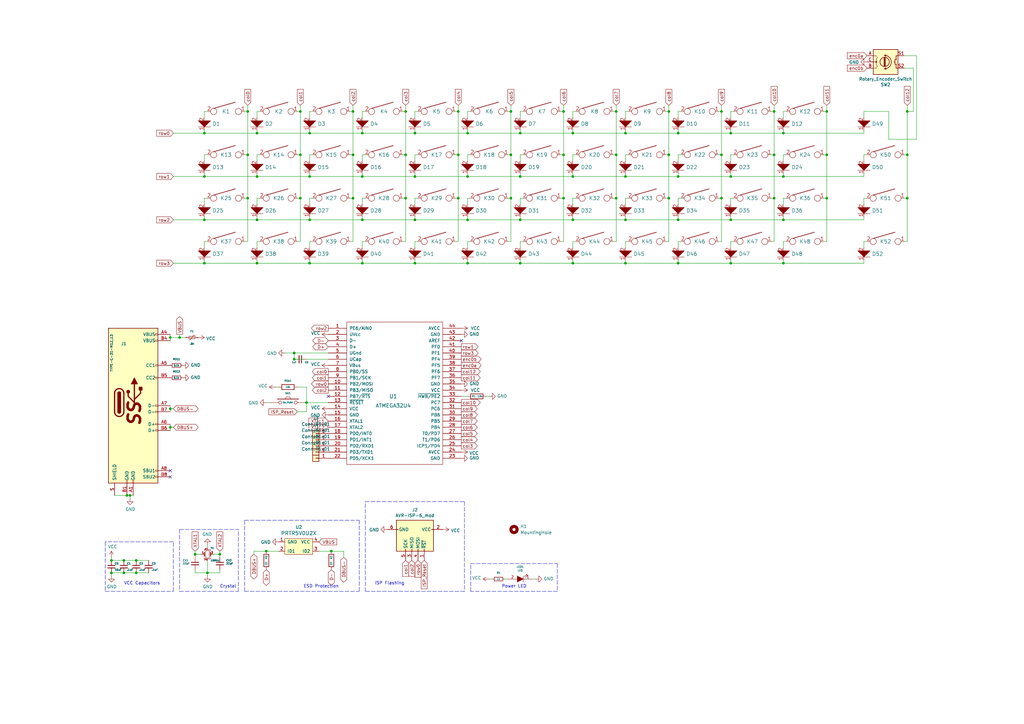
<source format=kicad_sch>
(kicad_sch (version 20211123) (generator eeschema)
  (paper "A3")
  (junction (at 187.96 81.28))
  (junction (at 170.18 90.17))
  (junction (at 191.77 107.95))
  (junction (at 101.6 45.72))
  (junction (at 73.66 138.43))
  (junction (at 231.14 81.28))
  (junction (at 299.72 90.17))
  (junction (at 123.19 45.72))
  (junction (at 209.55 81.28))
  (junction (at 105.41 54.61))
  (junction (at 213.36 107.95))
  (junction (at 101.6 81.28))
  (junction (at 123.19 63.5))
  (junction (at 278.13 72.39))
  (junction (at 274.32 45.72))
  (junction (at 127 54.61))
  (junction (at 148.59 107.95))
  (junction (at 317.5 81.28))
  (junction (at 339.09 63.5))
  (junction (at 166.37 63.5))
  (junction (at 53.34 203.2))
  (junction (at 83.82 72.39))
  (junction (at 256.54 90.17))
  (junction (at 252.73 63.5))
  (junction (at 50.8 229.87))
  (junction (at 372.11 63.5))
  (junction (at 105.41 107.95))
  (junction (at 166.37 45.72))
  (junction (at 321.31 72.39))
  (junction (at 213.36 90.17))
  (junction (at 105.41 72.39))
  (junction (at 101.6 63.5))
  (junction (at 135.89 226.06))
  (junction (at 339.09 45.72))
  (junction (at 321.31 54.61))
  (junction (at 278.13 90.17))
  (junction (at 252.73 81.28))
  (junction (at 295.91 63.5))
  (junction (at 83.82 90.17))
  (junction (at 170.18 54.61))
  (junction (at 55.88 234.95))
  (junction (at 80.01 227.33))
  (junction (at 144.78 81.28))
  (junction (at 120.65 144.78))
  (junction (at 231.14 45.72))
  (junction (at 234.95 90.17))
  (junction (at 295.91 45.72))
  (junction (at 83.82 54.61))
  (junction (at 52.07 203.2))
  (junction (at 123.19 81.28))
  (junction (at 372.11 81.28))
  (junction (at 321.31 107.95))
  (junction (at 125.73 165.1))
  (junction (at 339.09 81.28))
  (junction (at 127 72.39))
  (junction (at 274.32 81.28))
  (junction (at 252.73 45.72))
  (junction (at 317.5 45.72))
  (junction (at 256.54 54.61))
  (junction (at 274.32 63.5))
  (junction (at 170.18 72.39))
  (junction (at 191.77 90.17))
  (junction (at 144.78 63.5))
  (junction (at 234.95 107.95))
  (junction (at 69.85 167.64))
  (junction (at 278.13 54.61))
  (junction (at 148.59 72.39))
  (junction (at 109.22 226.06))
  (junction (at 55.88 229.87))
  (junction (at 90.17 227.33))
  (junction (at 278.13 107.95))
  (junction (at 45.72 229.87))
  (junction (at 85.09 234.95))
  (junction (at 50.8 234.95))
  (junction (at 105.41 90.17))
  (junction (at 317.5 63.5))
  (junction (at 299.72 72.39))
  (junction (at 295.91 81.28))
  (junction (at 231.14 63.5))
  (junction (at 83.82 107.95))
  (junction (at 170.18 107.95))
  (junction (at 299.72 54.61))
  (junction (at 209.55 63.5))
  (junction (at 127 90.17))
  (junction (at 144.78 45.72))
  (junction (at 299.72 107.95))
  (junction (at 166.37 81.28))
  (junction (at 187.96 63.5))
  (junction (at 256.54 107.95))
  (junction (at 45.72 234.95))
  (junction (at 187.96 45.72))
  (junction (at 69.85 138.43))
  (junction (at 120.65 147.32))
  (junction (at 209.55 45.72))
  (junction (at 191.77 54.61))
  (junction (at 191.77 72.39))
  (junction (at 127 107.95))
  (junction (at 213.36 72.39))
  (junction (at 69.85 175.26))
  (junction (at 321.31 90.17))
  (junction (at 234.95 54.61))
  (junction (at 234.95 72.39))
  (junction (at 213.36 54.61))
  (junction (at 256.54 72.39))
  (junction (at 148.59 90.17))
  (junction (at 148.59 54.61))
  (junction (at 372.11 45.72))
  (no_connect (at 189.23 139.7))
  (no_connect (at 69.85 193.04))
  (no_connect (at 134.62 162.56))
  (no_connect (at 69.85 195.58))
  (wire (pts (xy 209.55 63.5) (xy 209.55 81.28)))
  (polyline (pts (xy 100.33 242.57) (xy 100.33 213.36)))
  (wire (pts (xy 106.68 45.72) (xy 105.41 45.72)))
  (wire (pts (xy 110.49 165.1) (xy 109.22 165.1)))
  (wire (pts (xy 295.91 81.28) (xy 295.91 99.06)))
  (wire (pts (xy 69.85 138.43) (xy 69.85 139.7)))
  (wire (pts (xy 187.96 63.5) (xy 186.69 63.5)))
  (wire (pts (xy 128.27 45.72) (xy 127 45.72)))
  (wire (pts (xy 85.09 45.72) (xy 83.82 45.72)))
  (wire (pts (xy 234.95 88.9) (xy 234.95 90.17)))
  (wire (pts (xy 274.32 45.72) (xy 274.32 63.5)))
  (wire (pts (xy 170.18 107.95) (xy 191.77 107.95)))
  (wire (pts (xy 127 90.17) (xy 148.59 90.17)))
  (wire (pts (xy 170.18 71.12) (xy 170.18 72.39)))
  (polyline (pts (xy 73.66 242.57) (xy 97.79 242.57)))
  (wire (pts (xy 231.14 63.5) (xy 231.14 81.28)))
  (wire (pts (xy 299.72 54.61) (xy 321.31 54.61)))
  (wire (pts (xy 140.97 226.06) (xy 140.97 228.6)))
  (wire (pts (xy 256.54 88.9) (xy 256.54 90.17)))
  (wire (pts (xy 105.41 106.68) (xy 105.41 107.95)))
  (wire (pts (xy 127 107.95) (xy 148.59 107.95)))
  (wire (pts (xy 278.13 99.06) (xy 278.13 101.6)))
  (wire (pts (xy 256.54 99.06) (xy 256.54 101.6)))
  (wire (pts (xy 300.99 45.72) (xy 299.72 45.72)))
  (wire (pts (xy 73.66 138.43) (xy 76.2 138.43)))
  (wire (pts (xy 127 99.06) (xy 127 101.6)))
  (wire (pts (xy 191.77 54.61) (xy 213.36 54.61)))
  (wire (pts (xy 71.12 54.61) (xy 83.82 54.61)))
  (wire (pts (xy 339.09 43.18) (xy 339.09 45.72)))
  (wire (pts (xy 83.82 99.06) (xy 83.82 101.6)))
  (wire (pts (xy 209.55 81.28) (xy 209.55 99.06)))
  (wire (pts (xy 127 81.28) (xy 127 83.82)))
  (wire (pts (xy 317.5 99.06) (xy 316.23 99.06)))
  (wire (pts (xy 53.34 203.2) (xy 53.34 204.47)))
  (wire (pts (xy 166.37 63.5) (xy 166.37 81.28)))
  (wire (pts (xy 149.86 63.5) (xy 148.59 63.5)))
  (wire (pts (xy 171.45 45.72) (xy 170.18 45.72)))
  (wire (pts (xy 45.72 234.95) (xy 45.72 236.22)))
  (wire (pts (xy 127 88.9) (xy 127 90.17)))
  (wire (pts (xy 252.73 63.5) (xy 252.73 81.28)))
  (wire (pts (xy 294.64 81.28) (xy 295.91 81.28)))
  (wire (pts (xy 109.22 226.06) (xy 104.14 226.06)))
  (wire (pts (xy 251.46 81.28) (xy 252.73 81.28)))
  (wire (pts (xy 218.44 237.49) (xy 219.71 237.49)))
  (polyline (pts (xy 43.18 242.57) (xy 71.12 242.57)))
  (wire (pts (xy 125.73 165.1) (xy 125.73 168.91)))
  (wire (pts (xy 116.84 144.78) (xy 120.65 144.78)))
  (wire (pts (xy 299.72 106.68) (xy 299.72 107.95)))
  (wire (pts (xy 106.68 63.5) (xy 105.41 63.5)))
  (wire (pts (xy 274.32 63.5) (xy 274.32 81.28)))
  (wire (pts (xy 214.63 99.06) (xy 213.36 99.06)))
  (wire (pts (xy 209.55 99.06) (xy 208.28 99.06)))
  (wire (pts (xy 83.82 45.72) (xy 83.82 48.26)))
  (wire (pts (xy 257.81 63.5) (xy 256.54 63.5)))
  (wire (pts (xy 130.81 226.06) (xy 135.89 226.06)))
  (wire (pts (xy 295.91 43.18) (xy 295.91 45.72)))
  (wire (pts (xy 339.09 45.72) (xy 339.09 63.5)))
  (wire (pts (xy 214.63 63.5) (xy 213.36 63.5)))
  (wire (pts (xy 299.72 90.17) (xy 321.31 90.17)))
  (wire (pts (xy 144.78 63.5) (xy 143.51 63.5)))
  (wire (pts (xy 321.31 81.28) (xy 321.31 83.82)))
  (wire (pts (xy 121.92 45.72) (xy 123.19 45.72)))
  (wire (pts (xy 193.04 99.06) (xy 191.77 99.06)))
  (wire (pts (xy 125.73 158.75) (xy 125.73 165.1)))
  (wire (pts (xy 104.14 226.06) (xy 104.14 227.33)))
  (wire (pts (xy 234.95 72.39) (xy 256.54 72.39)))
  (wire (pts (xy 144.78 45.72) (xy 144.78 63.5)))
  (wire (pts (xy 355.6 63.5) (xy 354.33 63.5)))
  (wire (pts (xy 354.33 45.72) (xy 354.33 48.26)))
  (wire (pts (xy 354.33 45.72) (xy 364.49 45.72)))
  (wire (pts (xy 85.09 234.95) (xy 90.17 234.95)))
  (wire (pts (xy 105.41 72.39) (xy 127 72.39)))
  (polyline (pts (xy 228.6 242.57) (xy 193.04 242.57)))
  (wire (pts (xy 85.09 99.06) (xy 83.82 99.06)))
  (wire (pts (xy 300.99 81.28) (xy 299.72 81.28)))
  (wire (pts (xy 374.65 45.72) (xy 372.11 45.72)))
  (wire (pts (xy 234.95 45.72) (xy 234.95 48.26)))
  (wire (pts (xy 120.65 147.32) (xy 124.46 147.32)))
  (wire (pts (xy 170.18 90.17) (xy 191.77 90.17)))
  (polyline (pts (xy 73.66 217.17) (xy 73.66 242.57)))
  (wire (pts (xy 354.33 90.17) (xy 354.33 88.9)))
  (wire (pts (xy 295.91 45.72) (xy 295.91 63.5)))
  (wire (pts (xy 85.09 229.87) (xy 85.09 234.95)))
  (wire (pts (xy 372.11 43.18) (xy 372.11 45.72)))
  (wire (pts (xy 69.85 167.64) (xy 69.85 168.91)))
  (polyline (pts (xy 190.5 242.57) (xy 149.86 242.57)))
  (wire (pts (xy 106.68 99.06) (xy 105.41 99.06)))
  (wire (pts (xy 299.72 99.06) (xy 299.72 101.6)))
  (wire (pts (xy 370.84 22.86) (xy 375.92 22.86)))
  (wire (pts (xy 354.33 63.5) (xy 354.33 66.04)))
  (wire (pts (xy 231.14 43.18) (xy 231.14 45.72)))
  (wire (pts (xy 354.33 107.95) (xy 354.33 106.68)))
  (wire (pts (xy 123.19 81.28) (xy 123.19 99.06)))
  (wire (pts (xy 106.68 81.28) (xy 105.41 81.28)))
  (wire (pts (xy 85.09 234.95) (xy 85.09 236.22)))
  (wire (pts (xy 120.65 147.32) (xy 120.65 144.78)))
  (wire (pts (xy 213.36 71.12) (xy 213.36 72.39)))
  (wire (pts (xy 236.22 99.06) (xy 234.95 99.06)))
  (wire (pts (xy 375.92 22.86) (xy 375.92 57.15)))
  (wire (pts (xy 256.54 54.61) (xy 278.13 54.61)))
  (wire (pts (xy 322.58 63.5) (xy 321.31 63.5)))
  (wire (pts (xy 170.18 72.39) (xy 191.77 72.39)))
  (wire (pts (xy 148.59 90.17) (xy 170.18 90.17)))
  (wire (pts (xy 71.12 175.26) (xy 69.85 175.26)))
  (wire (pts (xy 321.31 63.5) (xy 321.31 66.04)))
  (wire (pts (xy 256.54 63.5) (xy 256.54 66.04)))
  (wire (pts (xy 127 54.61) (xy 148.59 54.61)))
  (wire (pts (xy 339.09 99.06) (xy 337.82 99.06)))
  (wire (pts (xy 321.31 90.17) (xy 321.31 88.9)))
  (wire (pts (xy 83.82 54.61) (xy 105.41 54.61)))
  (wire (pts (xy 299.72 53.34) (xy 299.72 54.61)))
  (wire (pts (xy 372.11 63.5) (xy 372.11 81.28)))
  (wire (pts (xy 50.8 234.95) (xy 45.72 234.95)))
  (wire (pts (xy 187.96 63.5) (xy 187.96 81.28)))
  (wire (pts (xy 105.41 63.5) (xy 105.41 66.04)))
  (wire (pts (xy 149.86 99.06) (xy 148.59 99.06)))
  (wire (pts (xy 321.31 72.39) (xy 321.31 71.12)))
  (wire (pts (xy 144.78 63.5) (xy 144.78 81.28)))
  (wire (pts (xy 83.82 53.34) (xy 83.82 54.61)))
  (wire (pts (xy 354.33 99.06) (xy 354.33 101.6)))
  (wire (pts (xy 191.77 53.34) (xy 191.77 54.61)))
  (wire (pts (xy 101.6 43.18) (xy 101.6 45.72)))
  (wire (pts (xy 100.33 45.72) (xy 101.6 45.72)))
  (polyline (pts (xy 149.86 242.57) (xy 149.86 205.74)))
  (wire (pts (xy 339.09 81.28) (xy 339.09 99.06)))
  (wire (pts (xy 170.18 63.5) (xy 170.18 66.04)))
  (wire (pts (xy 125.73 168.91) (xy 121.92 168.91)))
  (wire (pts (xy 165.1 81.28) (xy 166.37 81.28)))
  (wire (pts (xy 193.04 63.5) (xy 191.77 63.5)))
  (wire (pts (xy 123.19 63.5) (xy 123.19 81.28)))
  (wire (pts (xy 209.55 45.72) (xy 209.55 63.5)))
  (wire (pts (xy 370.84 81.28) (xy 372.11 81.28)))
  (wire (pts (xy 52.07 203.2) (xy 53.34 203.2)))
  (wire (pts (xy 300.99 63.5) (xy 299.72 63.5)))
  (wire (pts (xy 166.37 45.72) (xy 166.37 63.5)))
  (wire (pts (xy 114.3 226.06) (xy 109.22 226.06)))
  (wire (pts (xy 278.13 71.12) (xy 278.13 72.39)))
  (wire (pts (xy 45.72 228.6) (xy 45.72 229.87)))
  (wire (pts (xy 274.32 63.5) (xy 273.05 63.5)))
  (wire (pts (xy 166.37 43.18) (xy 166.37 45.72)))
  (wire (pts (xy 50.8 229.87) (xy 45.72 229.87)))
  (wire (pts (xy 355.6 81.28) (xy 354.33 81.28)))
  (wire (pts (xy 127 106.68) (xy 127 107.95)))
  (wire (pts (xy 214.63 81.28) (xy 213.36 81.28)))
  (wire (pts (xy 121.92 158.75) (xy 125.73 158.75)))
  (wire (pts (xy 294.64 45.72) (xy 295.91 45.72)))
  (wire (pts (xy 100.33 81.28) (xy 101.6 81.28)))
  (wire (pts (xy 60.96 229.87) (xy 55.88 229.87)))
  (wire (pts (xy 120.65 144.78) (xy 134.62 144.78)))
  (wire (pts (xy 234.95 99.06) (xy 234.95 101.6)))
  (wire (pts (xy 295.91 63.5) (xy 294.64 63.5)))
  (wire (pts (xy 69.85 137.16) (xy 69.85 138.43)))
  (wire (pts (xy 71.12 167.64) (xy 69.85 167.64)))
  (polyline (pts (xy 190.5 205.74) (xy 190.5 242.57)))
  (wire (pts (xy 191.77 106.68) (xy 191.77 107.95)))
  (wire (pts (xy 189.23 162.56) (xy 191.77 162.56)))
  (wire (pts (xy 257.81 45.72) (xy 256.54 45.72)))
  (wire (pts (xy 256.54 45.72) (xy 256.54 48.26)))
  (wire (pts (xy 83.82 107.95) (xy 71.12 107.95)))
  (wire (pts (xy 299.72 71.12) (xy 299.72 72.39)))
  (wire (pts (xy 170.18 45.72) (xy 170.18 48.26)))
  (wire (pts (xy 128.27 63.5) (xy 127 63.5)))
  (wire (pts (xy 83.82 106.68) (xy 83.82 107.95)))
  (wire (pts (xy 148.59 72.39) (xy 170.18 72.39)))
  (wire (pts (xy 256.54 90.17) (xy 278.13 90.17)))
  (wire (pts (xy 295.91 63.5) (xy 295.91 81.28)))
  (wire (pts (xy 90.17 227.33) (xy 90.17 226.06)))
  (wire (pts (xy 83.82 72.39) (xy 105.41 72.39)))
  (wire (pts (xy 200.66 237.49) (xy 201.93 237.49)))
  (wire (pts (xy 234.95 81.28) (xy 234.95 83.82)))
  (wire (pts (xy 364.49 45.72) (xy 364.49 57.15)))
  (wire (pts (xy 85.09 223.52) (xy 85.09 224.79)))
  (wire (pts (xy 354.33 54.61) (xy 354.33 53.34)))
  (wire (pts (xy 213.36 88.9) (xy 213.36 90.17)))
  (wire (pts (xy 299.72 45.72) (xy 299.72 48.26)))
  (wire (pts (xy 83.82 107.95) (xy 105.41 107.95)))
  (wire (pts (xy 83.82 88.9) (xy 83.82 90.17)))
  (wire (pts (xy 148.59 45.72) (xy 148.59 48.26)))
  (wire (pts (xy 257.81 81.28) (xy 256.54 81.28)))
  (wire (pts (xy 171.45 81.28) (xy 170.18 81.28)))
  (wire (pts (xy 191.77 45.72) (xy 191.77 48.26)))
  (wire (pts (xy 80.01 233.68) (xy 80.01 234.95)))
  (polyline (pts (xy 147.32 213.36) (xy 147.32 242.57)))
  (wire (pts (xy 148.59 106.68) (xy 148.59 107.95)))
  (wire (pts (xy 105.41 71.12) (xy 105.41 72.39)))
  (wire (pts (xy 322.58 81.28) (xy 321.31 81.28)))
  (wire (pts (xy 209.55 63.5) (xy 208.28 63.5)))
  (wire (pts (xy 317.5 81.28) (xy 317.5 99.06)))
  (wire (pts (xy 274.32 43.18) (xy 274.32 45.72)))
  (wire (pts (xy 213.36 90.17) (xy 234.95 90.17)))
  (wire (pts (xy 256.54 71.12) (xy 256.54 72.39)))
  (wire (pts (xy 144.78 99.06) (xy 143.51 99.06)))
  (wire (pts (xy 213.36 45.72) (xy 213.36 48.26)))
  (wire (pts (xy 191.77 81.28) (xy 191.77 83.82)))
  (wire (pts (xy 187.96 99.06) (xy 186.69 99.06)))
  (wire (pts (xy 256.54 81.28) (xy 256.54 83.82)))
  (wire (pts (xy 322.58 99.06) (xy 321.31 99.06)))
  (wire (pts (xy 208.28 81.28) (xy 209.55 81.28)))
  (wire (pts (xy 80.01 227.33) (xy 80.01 228.6)))
  (wire (pts (xy 252.73 81.28) (xy 252.73 99.06)))
  (wire (pts (xy 229.87 81.28) (xy 231.14 81.28)))
  (wire (pts (xy 125.73 147.32) (xy 134.62 147.32)))
  (wire (pts (xy 191.77 63.5) (xy 191.77 66.04)))
  (wire (pts (xy 69.85 138.43) (xy 73.66 138.43)))
  (wire (pts (xy 127 72.39) (xy 148.59 72.39)))
  (wire (pts (xy 234.95 90.17) (xy 256.54 90.17)))
  (wire (pts (xy 149.86 81.28) (xy 148.59 81.28)))
  (wire (pts (xy 316.23 45.72) (xy 317.5 45.72)))
  (wire (pts (xy 213.36 53.34) (xy 213.36 54.61)))
  (wire (pts (xy 355.6 99.06) (xy 354.33 99.06)))
  (wire (pts (xy 234.95 53.34) (xy 234.95 54.61)))
  (wire (pts (xy 337.82 45.72) (xy 339.09 45.72)))
  (wire (pts (xy 46.99 203.2) (xy 52.07 203.2)))
  (wire (pts (xy 213.36 99.06) (xy 213.36 101.6)))
  (wire (pts (xy 123.19 43.18) (xy 123.19 45.72)))
  (wire (pts (xy 166.37 81.28) (xy 166.37 99.06)))
  (wire (pts (xy 354.33 72.39) (xy 354.33 71.12)))
  (wire (pts (xy 279.4 63.5) (xy 278.13 63.5)))
  (wire (pts (xy 321.31 90.17) (xy 354.33 90.17)))
  (polyline (pts (xy 193.04 242.57) (xy 193.04 231.14)))
  (wire (pts (xy 128.27 99.06) (xy 127 99.06)))
  (wire (pts (xy 101.6 63.5) (xy 101.6 81.28)))
  (wire (pts (xy 143.51 45.72) (xy 144.78 45.72)))
  (wire (pts (xy 170.18 88.9) (xy 170.18 90.17)))
  (wire (pts (xy 273.05 81.28) (xy 274.32 81.28)))
  (wire (pts (xy 170.18 54.61) (xy 191.77 54.61)))
  (wire (pts (xy 372.11 45.72) (xy 372.11 63.5)))
  (wire (pts (xy 252.73 43.18) (xy 252.73 45.72)))
  (wire (pts (xy 256.54 53.34) (xy 256.54 54.61)))
  (wire (pts (xy 85.09 81.28) (xy 83.82 81.28)))
  (wire (pts (xy 278.13 88.9) (xy 278.13 90.17)))
  (wire (pts (xy 231.14 81.28) (xy 231.14 99.06)))
  (wire (pts (xy 278.13 53.34) (xy 278.13 54.61)))
  (wire (pts (xy 299.72 107.95) (xy 321.31 107.95)))
  (wire (pts (xy 299.72 72.39) (xy 321.31 72.39)))
  (wire (pts (xy 85.09 63.5) (xy 83.82 63.5)))
  (wire (pts (xy 213.36 54.61) (xy 234.95 54.61)))
  (wire (pts (xy 55.88 229.87) (xy 50.8 229.87)))
  (wire (pts (xy 191.77 99.06) (xy 191.77 101.6)))
  (wire (pts (xy 213.36 106.68) (xy 213.36 107.95)))
  (wire (pts (xy 209.55 43.18) (xy 209.55 45.72)))
  (wire (pts (xy 105.41 99.06) (xy 105.41 101.6)))
  (wire (pts (xy 213.36 81.28) (xy 213.36 83.82)))
  (wire (pts (xy 317.5 63.5) (xy 316.23 63.5)))
  (wire (pts (xy 127 63.5) (xy 127 66.04)))
  (wire (pts (xy 295.91 99.06) (xy 294.64 99.06)))
  (wire (pts (xy 191.77 88.9) (xy 191.77 90.17)))
  (wire (pts (xy 256.54 107.95) (xy 278.13 107.95)))
  (wire (pts (xy 321.31 45.72) (xy 321.31 48.26)))
  (wire (pts (xy 83.82 72.39) (xy 71.12 72.39)))
  (polyline (pts (xy 43.18 222.25) (xy 43.18 242.57)))
  (wire (pts (xy 278.13 63.5) (xy 278.13 66.04)))
  (wire (pts (xy 127 53.34) (xy 127 54.61)))
  (wire (pts (xy 90.17 234.95) (xy 90.17 233.68)))
  (wire (pts (xy 337.82 81.28) (xy 339.09 81.28)))
  (wire (pts (xy 105.41 54.61) (xy 127 54.61)))
  (wire (pts (xy 321.31 54.61) (xy 321.31 53.34)))
  (wire (pts (xy 278.13 107.95) (xy 299.72 107.95)))
  (wire (pts (xy 105.41 88.9) (xy 105.41 90.17)))
  (wire (pts (xy 171.45 99.06) (xy 170.18 99.06)))
  (wire (pts (xy 317.5 63.5) (xy 317.5 81.28)))
  (wire (pts (xy 186.69 45.72) (xy 187.96 45.72)))
  (wire (pts (xy 69.85 175.26) (xy 69.85 176.53)))
  (wire (pts (xy 231.14 63.5) (xy 229.87 63.5)))
  (wire (pts (xy 234.95 107.95) (xy 256.54 107.95)))
  (wire (pts (xy 134.62 165.1) (xy 125.73 165.1)))
  (polyline (pts (xy 100.33 213.36) (xy 147.32 213.36)))
  (wire (pts (xy 252.73 63.5) (xy 251.46 63.5)))
  (wire (pts (xy 90.17 227.33) (xy 90.17 228.6)))
  (wire (pts (xy 236.22 81.28) (xy 234.95 81.28)))
  (wire (pts (xy 105.41 81.28) (xy 105.41 83.82)))
  (wire (pts (xy 321.31 99.06) (xy 321.31 101.6)))
  (wire (pts (xy 114.3 158.75) (xy 113.03 158.75)))
  (wire (pts (xy 231.14 45.72) (xy 231.14 63.5)))
  (wire (pts (xy 278.13 81.28) (xy 278.13 83.82)))
  (wire (pts (xy 123.19 63.5) (xy 121.92 63.5)))
  (wire (pts (xy 300.99 99.06) (xy 299.72 99.06)))
  (wire (pts (xy 213.36 107.95) (xy 234.95 107.95)))
  (wire (pts (xy 82.55 227.33) (xy 80.01 227.33)))
  (wire (pts (xy 144.78 81.28) (xy 144.78 99.06)))
  (wire (pts (xy 191.77 72.39) (xy 213.36 72.39)))
  (wire (pts (xy 279.4 45.72) (xy 278.13 45.72)))
  (wire (pts (xy 199.39 162.56) (xy 200.66 162.56)))
  (wire (pts (xy 55.88 234.95) (xy 50.8 234.95)))
  (wire (pts (xy 170.18 99.06) (xy 170.18 101.6)))
  (wire (pts (xy 252.73 99.06) (xy 251.46 99.06)))
  (wire (pts (xy 123.19 45.72) (xy 123.19 63.5)))
  (wire (pts (xy 148.59 54.61) (xy 170.18 54.61)))
  (wire (pts (xy 171.45 63.5) (xy 170.18 63.5)))
  (wire (pts (xy 251.46 45.72) (xy 252.73 45.72)))
  (wire (pts (xy 105.41 53.34) (xy 105.41 54.61)))
  (wire (pts (xy 135.89 226.06) (xy 140.97 226.06)))
  (wire (pts (xy 60.96 234.95) (xy 55.88 234.95)))
  (polyline (pts (xy 100.33 242.57) (xy 147.32 242.57)))
  (wire (pts (xy 128.27 81.28) (xy 127 81.28)))
  (wire (pts (xy 213.36 63.5) (xy 213.36 66.04)))
  (wire (pts (xy 144.78 43.18) (xy 144.78 45.72)))
  (wire (pts (xy 278.13 54.61) (xy 299.72 54.61)))
  (wire (pts (xy 252.73 45.72) (xy 252.73 63.5)))
  (wire (pts (xy 166.37 99.06) (xy 165.1 99.06)))
  (wire (pts (xy 317.5 45.72) (xy 317.5 63.5)))
  (wire (pts (xy 53.34 203.2) (xy 54.61 203.2)))
  (wire (pts (xy 234.95 71.12) (xy 234.95 72.39)))
  (wire (pts (xy 316.23 81.28) (xy 317.5 81.28)))
  (wire (pts (xy 148.59 71.12) (xy 148.59 72.39)))
  (wire (pts (xy 231.14 99.06) (xy 229.87 99.06)))
  (wire (pts (xy 148.59 53.34) (xy 148.59 54.61)))
  (wire (pts (xy 105.41 45.72) (xy 105.41 48.26)))
  (wire (pts (xy 236.22 63.5) (xy 234.95 63.5)))
  (wire (pts (xy 207.01 237.49) (xy 208.28 237.49)))
  (wire (pts (xy 372.11 63.5) (xy 370.84 63.5)))
  (polyline (pts (xy 149.86 205.74) (xy 190.5 205.74)))
  (wire (pts (xy 170.18 53.34) (xy 170.18 54.61)))
  (wire (pts (xy 166.37 63.5) (xy 165.1 63.5)))
  (wire (pts (xy 214.63 45.72) (xy 213.36 45.72)))
  (wire (pts (xy 213.36 72.39) (xy 234.95 72.39)))
  (wire (pts (xy 83.82 63.5) (xy 83.82 66.04)))
  (wire (pts (xy 256.54 72.39) (xy 278.13 72.39)))
  (wire (pts (xy 364.49 57.15) (xy 375.92 57.15)))
  (wire (pts (xy 374.65 27.94) (xy 374.65 45.72)))
  (wire (pts (xy 148.59 63.5) (xy 148.59 66.04)))
  (wire (pts (xy 273.05 45.72) (xy 274.32 45.72)))
  (wire (pts (xy 321.31 107.95) (xy 354.33 107.95)))
  (wire (pts (xy 148.59 107.95) (xy 170.18 107.95)))
  (wire (pts (xy 236.22 45.72) (xy 234.95 45.72)))
  (wire (pts (xy 87.63 227.33) (xy 90.17 227.33)))
  (polyline (pts (xy 73.66 217.17) (xy 97.79 217.17)))
  (wire (pts (xy 187.96 43.18) (xy 187.96 45.72)))
  (wire (pts (xy 187.96 81.28) (xy 187.96 99.06)))
  (wire (pts (xy 105.41 107.95) (xy 127 107.95)))
  (wire (pts (xy 143.51 81.28) (xy 144.78 81.28)))
  (wire (pts (xy 279.4 81.28) (xy 278.13 81.28)))
  (wire (pts (xy 127 45.72) (xy 127 48.26)))
  (wire (pts (xy 234.95 63.5) (xy 234.95 66.04)))
  (wire (pts (xy 278.13 106.68) (xy 278.13 107.95)))
  (wire (pts (xy 80.01 227.33) (xy 80.01 226.06)))
  (wire (pts (xy 80.01 234.95) (xy 85.09 234.95)))
  (wire (pts (xy 83.82 90.17) (xy 105.41 90.17)))
  (wire (pts (xy 83.82 90.17) (xy 71.12 90.17)))
  (wire (pts (xy 69.85 166.37) (xy 69.85 167.64)))
  (wire (pts (xy 127 71.12) (xy 127 72.39)))
  (polyline (pts (xy 71.12 222.25) (xy 43.18 222.25)))
  (wire (pts (xy 193.04 45.72) (xy 191.77 45.72)))
  (wire (pts (xy 229.87 45.72) (xy 231.14 45.72)))
  (wire (pts (xy 148.59 88.9) (xy 148.59 90.17)))
  (wire (pts (xy 148.59 81.28) (xy 148.59 83.82)))
  (wire (pts (xy 101.6 99.06) (xy 100.33 99.06)))
  (wire (pts (xy 149.86 45.72) (xy 148.59 45.72)))
  (wire (pts (xy 187.96 45.72) (xy 187.96 63.5)))
  (wire (pts (xy 278.13 72.39) (xy 299.72 72.39)))
  (wire (pts (xy 101.6 81.28) (xy 101.6 99.06)))
  (wire (pts (xy 165.1 45.72) (xy 166.37 45.72)))
  (wire (pts (xy 321.31 107.95) (xy 321.31 106.68)))
  (wire (pts (xy 274.32 81.28) (xy 274.32 99.06)))
  (wire (pts (xy 322.58 45.72) (xy 321.31 45.72)))
  (wire (pts (xy 234.95 106.68) (xy 234.95 107.95)))
  (wire (pts (xy 208.28 45.72) (xy 209.55 45.72)))
  (wire (pts (xy 256.54 106.68) (xy 256.54 107.95)))
  (wire (pts (xy 170.18 106.68) (xy 170.18 107.95)))
  (wire (pts (xy 321.31 72.39) (xy 354.33 72.39)))
  (wire (pts (xy 186.69 81.28) (xy 187.96 81.28)))
  (wire (pts (xy 83.82 71.12) (xy 83.82 72.39)))
  (wire (pts (xy 372.11 99.06) (xy 370.84 99.06)))
  (wire (pts (xy 299.72 63.5) (xy 299.72 66.04)))
  (wire (pts (xy 278.13 90.17) (xy 299.72 90.17)))
  (wire (pts (xy 339.09 63.5) (xy 337.82 63.5)))
  (wire (pts (xy 257.81 99.06) (xy 256.54 99.06)))
  (wire (pts (xy 370.84 27.94) (xy 374.65 27.94)))
  (polyline (pts (xy 193.04 231.14) (xy 228.6 231.14)))
  (wire (pts (xy 148.59 99.06) (xy 148.59 101.6)))
  (wire (pts (xy 170.18 81.28) (xy 170.18 83.82)))
  (wire (pts (xy 191.77 90.17) (xy 213.36 90.17)))
  (wire (pts (xy 274.32 99.06) (xy 273.05 99.06)))
  (wire (pts (xy 73.66 137.16) (xy 73.66 138.43)))
  (wire (pts (xy 279.4 99.06) (xy 278.13 99.06)))
  (wire (pts (xy 299.72 81.28) (xy 299.72 83.82)))
  (wire (pts (xy 105.41 90.17) (xy 127 90.17)))
  (wire (pts (xy 193.04 81.28) (xy 191.77 81.28)))
  (wire (pts (xy 101.6 45.72) (xy 101.6 63.5)))
  (wire (pts (xy 121.92 81.28) (xy 123.19 81.28)))
  (wire (pts (xy 191.77 107.95) (xy 213.36 107.95)))
  (wire (pts (xy 339.09 63.5) (xy 339.09 81.28)))
  (wire (pts (xy 69.85 173.99) (xy 69.85 175.26)))
  (wire (pts (xy 191.77 71.12) (xy 191.77 72.39)))
  (wire (pts (xy 123.19 99.06) (xy 121.92 99.06)))
  (wire (pts (xy 317.5 43.18) (xy 317.5 45.72)))
  (polyline (pts (xy 97.79 242.57) (xy 97.79 217.17)))
  (wire (pts (xy 278.13 45.72) (xy 278.13 48.26)))
  (wire (pts (xy 372.11 81.28) (xy 372.11 99.06)))
  (wire (pts (xy 83.82 81.28) (xy 83.82 83.82)))
  (wire (pts (xy 354.33 81.28) (xy 354.33 83.82)))
  (wire (pts (xy 299.72 88.9) (xy 299.72 90.17)))
  (polyline (pts (xy 71.12 242.57) (xy 71.12 222.25)))
  (polyline (pts (xy 228.6 231.14) (xy 228.6 242.57)))
  (wire (pts (xy 101.6 63.5) (xy 100.33 63.5)))
  (wire (pts (xy 234.95 54.61) (xy 256.54 54.61)))
  (wire (pts (xy 321.31 54.61) (xy 354.33 54.61)))
  (text "ESD Protection" (at 124.46 241.3 0) (effects (font (size 1.27 1.27)) (justify left bottom)))
  (text "Crystal" (at 90.17 241.3 0) (effects (font (size 1.27 1.27)) (justify left bottom)))
  (text "Power LED" (at 205.74 241.3 0) (effects (font (size 1.27 1.27)) (justify left bottom)))
  (text "VCC Capacitors" (at 50.8 240.03 0) (effects (font (size 1.27 1.27)) (justify left bottom)))
  (text "ISP Flashing" (at 153.67 240.03 0) (effects (font (size 1.27 1.27)) (justify left bottom)))
  (global_label "VBUS" (shape input) (at 130.81 222.25 0) (property "Intersheet References" "${INTERSHEET_REFS}" (effects hide)))
  (global_label "col8" (shape input) (at 274.32 43.18 90) (property "Intersheet References" "${INTERSHEET_REFS}" (effects hide)))
  (global_label "col2" (shape input) (at 168.91 229.87 270) (property "Intersheet References" "${INTERSHEET_REFS}" (effects hide)))
  (global_label "enc0a" (shape output) (at 189.23 149.86 0) (property "Intersheet References" "${INTERSHEET_REFS}" (effects hide)))
  (global_label "col4" (shape input) (at 187.96 43.18 90) (property "Intersheet References" "${INTERSHEET_REFS}" (effects hide)))
  (global_label "col7" (shape output) (at 189.23 172.72 0) (property "Intersheet References" "${INTERSHEET_REFS}" (effects hide)))
  (global_label "row2" (shape input) (at 71.12 90.17 180) (property "Intersheet References" "${INTERSHEET_REFS}" (effects hide)))
  (global_label "col0" (shape output) (at 134.62 152.4 180) (property "Intersheet References" "${INTERSHEET_REFS}" (effects hide)))
  (global_label "col2" (shape input) (at 144.78 43.18 90) (property "Intersheet References" "${INTERSHEET_REFS}" (effects hide)))
  (global_label "XTAL1" (shape input) (at 80.01 226.06 90) (property "Intersheet References" "${INTERSHEET_REFS}" (effects hide)))
  (global_label "D+" (shape bidirectional) (at 134.62 142.24 180) (property "Intersheet References" "${INTERSHEET_REFS}" (effects hide)))
  (global_label "row0" (shape output) (at 134.62 157.48 180) (property "Intersheet References" "${INTERSHEET_REFS}" (effects hide)))
  (global_label "VBUS" (shape output) (at 73.66 137.16 90) (property "Intersheet References" "${INTERSHEET_REFS}" (effects hide)))
  (global_label "col4" (shape output) (at 189.23 180.34 0) (property "Intersheet References" "${INTERSHEET_REFS}" (effects hide)))
  (global_label "row3" (shape input) (at 71.12 107.95 180) (property "Intersheet References" "${INTERSHEET_REFS}" (effects hide)))
  (global_label "col3" (shape input) (at 166.37 43.18 90) (property "Intersheet References" "${INTERSHEET_REFS}" (effects hide)))
  (global_label "D+" (shape bidirectional) (at 109.22 233.68 270) (property "Intersheet References" "${INTERSHEET_REFS}" (effects hide)))
  (global_label "D-" (shape bidirectional) (at 134.62 139.7 180) (property "Intersheet References" "${INTERSHEET_REFS}" (effects hide)))
  (global_label "col12" (shape output) (at 189.23 152.4 0) (property "Intersheet References" "${INTERSHEET_REFS}" (effects hide)))
  (global_label "col7" (shape input) (at 252.73 43.18 90) (property "Intersheet References" "${INTERSHEET_REFS}" (effects hide)))
  (global_label "col5" (shape input) (at 209.55 43.18 90) (property "Intersheet References" "${INTERSHEET_REFS}" (effects hide)))
  (global_label "col9" (shape input) (at 295.91 43.18 90) (property "Intersheet References" "${INTERSHEET_REFS}" (effects hide)))
  (global_label "DBUS-" (shape bidirectional) (at 140.97 228.6 270) (property "Intersheet References" "${INTERSHEET_REFS}" (effects hide)))
  (global_label "enc0b" (shape input) (at 355.6 27.94 180) (property "Intersheet References" "${INTERSHEET_REFS}" (effects hide)))
  (global_label "col2" (shape output) (at 134.62 160.02 180) (property "Intersheet References" "${INTERSHEET_REFS}" (effects hide)))
  (global_label "col6" (shape input) (at 231.14 43.18 90) (property "Intersheet References" "${INTERSHEET_REFS}" (effects hide)))
  (global_label "row1" (shape output) (at 189.23 142.24 0) (property "Intersheet References" "${INTERSHEET_REFS}" (effects hide)))
  (global_label "col9" (shape output) (at 189.23 167.64 0) (property "Intersheet References" "${INTERSHEET_REFS}" (effects hide)))
  (global_label "D-" (shape bidirectional) (at 135.89 233.68 270) (property "Intersheet References" "${INTERSHEET_REFS}" (effects hide)))
  (global_label "enc0a" (shape input) (at 355.6 22.86 180) (property "Intersheet References" "${INTERSHEET_REFS}" (effects hide)))
  (global_label "row0" (shape input) (at 171.45 229.87 270) (property "Intersheet References" "${INTERSHEET_REFS}" (effects hide)))
  (global_label "col10" (shape output) (at 189.23 165.1 0) (property "Intersheet References" "${INTERSHEET_REFS}" (effects hide)))
  (global_label "row2" (shape output) (at 134.62 134.62 180) (property "Intersheet References" "${INTERSHEET_REFS}" (effects hide)))
  (global_label "col8" (shape output) (at 189.23 170.18 0) (property "Intersheet References" "${INTERSHEET_REFS}" (effects hide)))
  (global_label "DBUS+" (shape bidirectional) (at 71.12 175.26 0) (property "Intersheet References" "${INTERSHEET_REFS}" (effects hide)))
  (global_label "ISP_Reset" (shape input) (at 173.99 229.87 270) (property "Intersheet References" "${INTERSHEET_REFS}" (effects hide)))
  (global_label "XTAL2" (shape input) (at 90.17 226.06 90) (property "Intersheet References" "${INTERSHEET_REFS}" (effects hide)))
  (global_label "XTAL1" (shape input) (at 134.62 172.72 180) (property "Intersheet References" "${INTERSHEET_REFS}" (effects hide)))
  (global_label "col1" (shape input) (at 166.37 229.87 270) (property "Intersheet References" "${INTERSHEET_REFS}" (effects hide)))
  (global_label "row0" (shape input) (at 71.12 54.61 180) (property "Intersheet References" "${INTERSHEET_REFS}" (effects hide)))
  (global_label "col11" (shape output) (at 189.23 154.94 0) (property "Intersheet References" "${INTERSHEET_REFS}" (effects hide)))
  (global_label "ISP_Reset" (shape input) (at 121.92 168.91 180) (property "Intersheet References" "${INTERSHEET_REFS}" (effects hide)))
  (global_label "col10" (shape input) (at 317.5 43.18 90) (property "Intersheet References" "${INTERSHEET_REFS}" (effects hide)))
  (global_label "col5" (shape output) (at 189.23 177.8 0) (property "Intersheet References" "${INTERSHEET_REFS}" (effects hide)))
  (global_label "col12" (shape input) (at 372.11 43.18 90) (property "Intersheet References" "${INTERSHEET_REFS}" (effects hide)))
  (global_label "col3" (shape output) (at 189.23 182.88 0) (property "Intersheet References" "${INTERSHEET_REFS}" (effects hide)))
  (global_label "col0" (shape input) (at 101.6 43.18 90) (property "Intersheet References" "${INTERSHEET_REFS}" (effects hide)))
  (global_label "XTAL2" (shape input) (at 134.62 175.26 180) (property "Intersheet References" "${INTERSHEET_REFS}" (effects hide)))
  (global_label "row1" (shape input) (at 71.12 72.39 180) (property "Intersheet References" "${INTERSHEET_REFS}" (effects hide)))
  (global_label "col11" (shape input) (at 339.09 43.18 90) (property "Intersheet References" "${INTERSHEET_REFS}" (effects hide)))
  (global_label "col6" (shape output) (at 189.23 175.26 0) (property "Intersheet References" "${INTERSHEET_REFS}" (effects hide)))
  (global_label "row3" (shape output) (at 189.23 144.78 0) (property "Intersheet References" "${INTERSHEET_REFS}" (effects hide)))
  (global_label "col1" (shape output) (at 134.62 154.94 180) (property "Intersheet References" "${INTERSHEET_REFS}" (effects hide)))
  (global_label "DBUS+" (shape bidirectional) (at 104.14 227.33 270) (property "Intersheet References" "${INTERSHEET_REFS}" (effects hide)))
  (global_label "enc0b" (shape output) (at 189.23 147.32 0) (property "Intersheet References" "${INTERSHEET_REFS}" (effects hide)))
  (global_label "DBUS-" (shape bidirectional) (at 71.12 167.64 0) (property "Intersheet References" "${INTERSHEET_REFS}" (effects hide)))
  (global_label "col1" (shape input) (at 123.19 43.18 90) (property "Intersheet References" "${INTERSHEET_REFS}" (effects hide)))
  (symbol (lib_id "pcb-rescue:KEYSW-keyboard_parts-Ori-rescue-lucy-rescue") (at 92.71 45.72 0) (unit 1)
    (property "Reference" "K1" (at 92.71 45.72 0) (effects (font (size 1.524 1.524))))
    (property "Value" "KEYSW" (effects hide))
    (property "Footprint" "MX_Only:MXOnly-1U-Hotswap" (effects hide))
  )
  (symbol (lib_id "pcb-rescue:KEYSW-keyboard_parts-Ori-rescue-lucy-rescue") (at 92.71 63.5 0) (unit 1)
    (property "Reference" "K13" (at 92.71 63.5 0) (effects (font (size 1.524 1.524))))
    (property "Value" "KEYSW" (effects hide))
    (property "Footprint" "MX_Only:MXOnly-1U-Hotswap" (effects hide))
  )
  (symbol (lib_id "pcb-rescue:D-keyboard_parts-Ori-rescue-lucy-rescue") (at 83.82 52.07 180) (unit 1)
    (property "Reference" "D1" (at 87.0712 50.8 0) (effects (font (size 1.524 1.524)) (justify right)))
    (property "Value" "D" (effects hide))
    (property "Footprint" "Keeb_footprints:D_SOD-123_modified" (effects hide))
  )
  (symbol (lib_id "pcb-rescue:D-keyboard_parts-Ori-rescue-lucy-rescue") (at 83.82 69.85 180) (unit 1)
    (property "Reference" "D13" (at 87.0712 68.58 0) (effects (font (size 1.524 1.524)) (justify right)))
    (property "Value" "D" (effects hide))
    (property "Footprint" "Keeb_footprints:D_SOD-123_modified" (effects hide))
  )
  (symbol (lib_id "pcb-rescue:KEYSW-keyboard_parts-Ori-rescue-lucy-rescue") (at 114.3 45.72 0) (unit 1)
    (property "Reference" "K2" (at 114.3 45.72 0) (effects (font (size 1.524 1.524))))
    (property "Value" "KEYSW" (effects hide))
    (property "Footprint" "MX_Only:MXOnly-1U-Hotswap" (effects hide))
  )
  (symbol (lib_id "pcb-rescue:KEYSW-keyboard_parts-Ori-rescue-lucy-rescue") (at 114.3 63.5 0) (unit 1)
    (property "Reference" "K14" (at 114.3 63.5 0) (effects (font (size 1.524 1.524))))
    (property "Value" "KEYSW" (effects hide))
    (property "Footprint" "MX_Only:MXOnly-1U-Hotswap" (effects hide))
  )
  (symbol (lib_id "pcb-rescue:D-keyboard_parts-Ori-rescue-lucy-rescue") (at 105.41 52.07 180) (unit 1)
    (property "Reference" "D2" (at 108.6612 50.8 0) (effects (font (size 1.524 1.524)) (justify right)))
    (property "Value" "D" (effects hide))
    (property "Footprint" "Keeb_footprints:D_SOD-123_modified" (effects hide))
  )
  (symbol (lib_id "pcb-rescue:D-keyboard_parts-Ori-rescue-lucy-rescue") (at 105.41 69.85 180) (unit 1)
    (property "Reference" "D14" (at 108.6612 68.58 0) (effects (font (size 1.524 1.524)) (justify right)))
    (property "Value" "D" (effects hide))
    (property "Footprint" "Keeb_footprints:D_SOD-123_modified" (effects hide))
  )
  (symbol (lib_id "pcb-rescue:KEYSW-keyboard_parts-Ori-rescue-lucy-rescue") (at 135.89 45.72 0) (unit 1)
    (property "Reference" "K3" (at 135.89 45.72 0) (effects (font (size 1.524 1.524))))
    (property "Value" "KEYSW" (effects hide))
    (property "Footprint" "MX_Only:MXOnly-1U-Hotswap" (effects hide))
  )
  (symbol (lib_id "pcb-rescue:KEYSW-keyboard_parts-Ori-rescue-lucy-rescue") (at 135.89 63.5 0) (unit 1)
    (property "Reference" "K15" (at 135.89 63.5 0) (effects (font (size 1.524 1.524))))
    (property "Value" "KEYSW" (effects hide))
    (property "Footprint" "MX_Only:MXOnly-1U-Hotswap" (effects hide))
  )
  (symbol (lib_id "pcb-rescue:D-keyboard_parts-Ori-rescue-lucy-rescue") (at 127 52.07 180) (unit 1)
    (property "Reference" "D3" (at 130.2512 50.8 0) (effects (font (size 1.524 1.524)) (justify right)))
    (property "Value" "D" (effects hide))
    (property "Footprint" "Keeb_footprints:D_SOD-123_modified" (effects hide))
  )
  (symbol (lib_id "pcb-rescue:D-keyboard_parts-Ori-rescue-lucy-rescue") (at 127 69.85 180) (unit 1)
    (property "Reference" "D15" (at 130.2512 68.58 0) (effects (font (size 1.524 1.524)) (justify right)))
    (property "Value" "D" (effects hide))
    (property "Footprint" "Keeb_footprints:D_SOD-123_modified" (effects hide))
  )
  (symbol (lib_id "pcb-rescue:KEYSW-keyboard_parts-Ori-rescue-lucy-rescue") (at 157.48 45.72 0) (unit 1)
    (property "Reference" "K4" (at 157.48 45.72 0) (effects (font (size 1.524 1.524))))
    (property "Value" "KEYSW" (effects hide))
    (property "Footprint" "MX_Only:MXOnly-1U-Hotswap" (effects hide))
  )
  (symbol (lib_id "pcb-rescue:KEYSW-keyboard_parts-Ori-rescue-lucy-rescue") (at 157.48 63.5 0) (unit 1)
    (property "Reference" "K16" (at 157.48 63.5 0) (effects (font (size 1.524 1.524))))
    (property "Value" "KEYSW" (effects hide))
    (property "Footprint" "MX_Only:MXOnly-1U-Hotswap" (effects hide))
  )
  (symbol (lib_id "pcb-rescue:D-keyboard_parts-Ori-rescue-lucy-rescue") (at 148.59 52.07 180) (unit 1)
    (property "Reference" "D4" (at 151.8412 50.8 0) (effects (font (size 1.524 1.524)) (justify right)))
    (property "Value" "D" (effects hide))
    (property "Footprint" "Keeb_footprints:D_SOD-123_modified" (effects hide))
  )
  (symbol (lib_id "pcb-rescue:D-keyboard_parts-Ori-rescue-lucy-rescue") (at 148.59 69.85 180) (unit 1)
    (property "Reference" "D16" (at 151.8412 68.58 0) (effects (font (size 1.524 1.524)) (justify right)))
    (property "Value" "D" (effects hide))
    (property "Footprint" "Keeb_footprints:D_SOD-123_modified" (effects hide))
  )
  (symbol (lib_id "pcb-rescue:KEYSW-keyboard_parts-Ori-rescue-lucy-rescue") (at 179.07 45.72 0) (unit 1)
    (property "Reference" "K5" (at 179.07 45.72 0) (effects (font (size 1.524 1.524))))
    (property "Value" "KEYSW" (effects hide))
    (property "Footprint" "MX_Only:MXOnly-1U-Hotswap" (effects hide))
  )
  (symbol (lib_id "pcb-rescue:KEYSW-keyboard_parts-Ori-rescue-lucy-rescue") (at 179.07 63.5 0) (unit 1)
    (property "Reference" "K17" (at 179.07 63.5 0) (effects (font (size 1.524 1.524))))
    (property "Value" "KEYSW" (effects hide))
    (property "Footprint" "MX_Only:MXOnly-1U-Hotswap" (effects hide))
  )
  (symbol (lib_id "pcb-rescue:D-keyboard_parts-Ori-rescue-lucy-rescue") (at 170.18 52.07 180) (unit 1)
    (property "Reference" "D5" (at 173.4312 50.8 0) (effects (font (size 1.524 1.524)) (justify right)))
    (property "Value" "D" (effects hide))
    (property "Footprint" "Keeb_footprints:D_SOD-123_modified" (effects hide))
  )
  (symbol (lib_id "pcb-rescue:D-keyboard_parts-Ori-rescue-lucy-rescue") (at 170.18 69.85 180) (unit 1)
    (property "Reference" "D17" (at 173.4312 68.58 0) (effects (font (size 1.524 1.524)) (justify right)))
    (property "Value" "D" (effects hide))
    (property "Footprint" "Keeb_footprints:D_SOD-123_modified" (effects hide))
  )
  (symbol (lib_id "pcb-rescue:KEYSW-keyboard_parts-Ori-rescue-lucy-rescue") (at 200.66 45.72 0) (unit 1)
    (property "Reference" "K6" (at 200.66 45.72 0) (effects (font (size 1.524 1.524))))
    (property "Value" "KEYSW" (effects hide))
    (property "Footprint" "MX_Only:MXOnly-1U-Hotswap" (effects hide))
  )
  (symbol (lib_id "pcb-rescue:KEYSW-keyboard_parts-Ori-rescue-lucy-rescue") (at 200.66 63.5 0) (unit 1)
    (property "Reference" "K18" (at 200.66 63.5 0) (effects (font (size 1.524 1.524))))
    (property "Value" "KEYSW" (effects hide))
    (property "Footprint" "MX_Only:MXOnly-1U-Hotswap" (effects hide))
  )
  (symbol (lib_id "pcb-rescue:D-keyboard_parts-Ori-rescue-lucy-rescue") (at 191.77 52.07 180) (unit 1)
    (property "Reference" "D6" (at 195.0212 50.8 0) (effects (font (size 1.524 1.524)) (justify right)))
    (property "Value" "D" (effects hide))
    (property "Footprint" "Keeb_footprints:D_SOD-123_modified" (effects hide))
  )
  (symbol (lib_id "pcb-rescue:D-keyboard_parts-Ori-rescue-lucy-rescue") (at 191.77 69.85 180) (unit 1)
    (property "Reference" "D18" (at 195.0212 68.58 0) (effects (font (size 1.524 1.524)) (justify right)))
    (property "Value" "D" (effects hide))
    (property "Footprint" "Keeb_footprints:D_SOD-123_modified" (effects hide))
  )
  (symbol (lib_id "pcb-rescue:KEYSW-keyboard_parts-Ori-rescue-lucy-rescue") (at 222.25 45.72 0) (unit 1)
    (property "Reference" "K7" (at 222.25 45.72 0) (effects (font (size 1.524 1.524))))
    (property "Value" "KEYSW" (effects hide))
    (property "Footprint" "MX_Only:MXOnly-1U-Hotswap" (effects hide))
  )
  (symbol (lib_id "pcb-rescue:KEYSW-keyboard_parts-Ori-rescue-lucy-rescue") (at 222.25 63.5 0) (unit 1)
    (property "Reference" "K19" (at 222.25 63.5 0) (effects (font (size 1.524 1.524))))
    (property "Value" "KEYSW" (effects hide))
    (property "Footprint" "MX_Only:MXOnly-1U-Hotswap" (effects hide))
  )
  (symbol (lib_id "pcb-rescue:D-keyboard_parts-Ori-rescue-lucy-rescue") (at 213.36 52.07 180) (unit 1)
    (property "Reference" "D7" (at 216.6112 50.8 0) (effects (font (size 1.524 1.524)) (justify right)))
    (property "Value" "D" (effects hide))
    (property "Footprint" "Keeb_footprints:D_SOD-123_modified" (effects hide))
  )
  (symbol (lib_id "pcb-rescue:D-keyboard_parts-Ori-rescue-lucy-rescue") (at 213.36 69.85 180) (unit 1)
    (property "Reference" "D19" (at 216.6112 68.58 0) (effects (font (size 1.524 1.524)) (justify right)))
    (property "Value" "D" (effects hide))
    (property "Footprint" "Keeb_footprints:D_SOD-123_modified" (effects hide))
  )
  (symbol (lib_id "pcb-rescue:KEYSW-keyboard_parts-Ori-rescue-lucy-rescue") (at 243.84 45.72 0) (unit 1)
    (property "Reference" "K8" (at 243.84 45.72 0) (effects (font (size 1.524 1.524))))
    (property "Value" "KEYSW" (effects hide))
    (property "Footprint" "MX_Only:MXOnly-1U-Hotswap" (effects hide))
  )
  (symbol (lib_id "pcb-rescue:KEYSW-keyboard_parts-Ori-rescue-lucy-rescue") (at 243.84 63.5 0) (unit 1)
    (property "Reference" "K20" (at 243.84 63.5 0) (effects (font (size 1.524 1.524))))
    (property "Value" "KEYSW" (effects hide))
    (property "Footprint" "MX_Only:MXOnly-1U-Hotswap" (effects hide))
  )
  (symbol (lib_id "pcb-rescue:D-keyboard_parts-Ori-rescue-lucy-rescue") (at 234.95 52.07 180) (unit 1)
    (property "Reference" "D8" (at 238.2012 50.8 0) (effects (font (size 1.524 1.524)) (justify right)))
    (property "Value" "D" (effects hide))
    (property "Footprint" "Keeb_footprints:D_SOD-123_modified" (effects hide))
  )
  (symbol (lib_id "pcb-rescue:D-keyboard_parts-Ori-rescue-lucy-rescue") (at 234.95 69.85 180) (unit 1)
    (property "Reference" "D20" (at 238.2012 68.58 0) (effects (font (size 1.524 1.524)) (justify right)))
    (property "Value" "D" (effects hide))
    (property "Footprint" "Keeb_footprints:D_SOD-123_modified" (effects hide))
  )
  (symbol (lib_id "pcb-rescue:KEYSW-keyboard_parts-Ori-rescue-lucy-rescue") (at 265.43 45.72 0) (unit 1)
    (property "Reference" "K9" (at 265.43 45.72 0) (effects (font (size 1.524 1.524))))
    (property "Value" "KEYSW" (effects hide))
    (property "Footprint" "MX_Only:MXOnly-1U-Hotswap" (effects hide))
  )
  (symbol (lib_id "pcb-rescue:KEYSW-keyboard_parts-Ori-rescue-lucy-rescue") (at 265.43 63.5 0) (unit 1)
    (property "Reference" "K21" (at 265.43 63.5 0) (effects (font (size 1.524 1.524))))
    (property "Value" "KEYSW" (effects hide))
    (property "Footprint" "MX_Only:MXOnly-1U-Hotswap" (effects hide))
  )
  (symbol (lib_id "pcb-rescue:D-keyboard_parts-Ori-rescue-lucy-rescue") (at 256.54 52.07 180) (unit 1)
    (property "Reference" "D9" (at 259.7912 50.8 0) (effects (font (size 1.524 1.524)) (justify right)))
    (property "Value" "D" (effects hide))
    (property "Footprint" "Keeb_footprints:D_SOD-123_modified" (effects hide))
  )
  (symbol (lib_id "pcb-rescue:D-keyboard_parts-Ori-rescue-lucy-rescue") (at 256.54 69.85 180) (unit 1)
    (property "Reference" "D21" (at 259.7912 68.58 0) (effects (font (size 1.524 1.524)) (justify right)))
    (property "Value" "D" (effects hide))
    (property "Footprint" "Keeb_footprints:D_SOD-123_modified" (effects hide))
  )
  (symbol (lib_id "pcb-rescue:KEYSW-keyboard_parts-Ori-rescue-lucy-rescue") (at 287.02 45.72 0) (unit 1)
    (property "Reference" "K10" (at 287.02 45.72 0) (effects (font (size 1.524 1.524))))
    (property "Value" "KEYSW" (effects hide))
    (property "Footprint" "MX_Only:MXOnly-1U-Hotswap" (effects hide))
  )
  (symbol (lib_id "pcb-rescue:KEYSW-keyboard_parts-Ori-rescue-lucy-rescue") (at 287.02 63.5 0) (unit 1)
    (property "Reference" "K22" (at 287.02 63.5 0) (effects (font (size 1.524 1.524))))
    (property "Value" "KEYSW" (effects hide))
    (property "Footprint" "MX_Only:MXOnly-1U-Hotswap" (effects hide))
  )
  (symbol (lib_id "pcb-rescue:D-keyboard_parts-Ori-rescue-lucy-rescue") (at 278.13 52.07 180) (unit 1)
    (property "Reference" "D10" (at 281.3812 50.8 0) (effects (font (size 1.524 1.524)) (justify right)))
    (property "Value" "D" (effects hide))
    (property "Footprint" "Keeb_footprints:D_SOD-123_modified" (effects hide))
  )
  (symbol (lib_id "pcb-rescue:D-keyboard_parts-Ori-rescue-lucy-rescue") (at 278.13 69.85 180) (unit 1)
    (property "Reference" "D22" (at 281.3812 68.58 0) (effects (font (size 1.524 1.524)) (justify right)))
    (property "Value" "D" (effects hide))
    (property "Footprint" "Keeb_footprints:D_SOD-123_modified" (effects hide))
  )
  (symbol (lib_id "pcb-rescue:KEYSW-keyboard_parts-Ori-rescue-lucy-rescue") (at 308.61 45.72 0) (unit 1)
    (property "Reference" "K11" (at 308.61 45.72 0) (effects (font (size 1.524 1.524))))
    (property "Value" "KEYSW" (effects hide))
    (property "Footprint" "MX_Only:MXOnly-1U-Hotswap" (effects hide))
  )
  (symbol (lib_id "pcb-rescue:KEYSW-keyboard_parts-Ori-rescue-lucy-rescue") (at 308.61 63.5 0) (unit 1)
    (property "Reference" "K23" (at 308.61 63.5 0) (effects (font (size 1.524 1.524))))
    (property "Value" "KEYSW" (effects hide))
    (property "Footprint" "MX_Only:MXOnly-1U-Hotswap" (effects hide))
  )
  (symbol (lib_id "pcb-rescue:D-keyboard_parts-Ori-rescue-lucy-rescue") (at 299.72 52.07 180) (unit 1)
    (property "Reference" "D11" (at 302.9712 50.8 0) (effects (font (size 1.524 1.524)) (justify right)))
    (property "Value" "D" (effects hide))
    (property "Footprint" "Keeb_footprints:D_SOD-123_modified" (effects hide))
  )
  (symbol (lib_id "pcb-rescue:D-keyboard_parts-Ori-rescue-lucy-rescue") (at 299.72 69.85 180) (unit 1)
    (property "Reference" "D23" (at 302.9712 68.58 0) (effects (font (size 1.524 1.524)) (justify right)))
    (property "Value" "D" (effects hide))
    (property "Footprint" "Keeb_footprints:D_SOD-123_modified" (effects hide))
  )
  (symbol (lib_id "pcb-rescue:KEYSW-keyboard_parts-Ori-rescue-lucy-rescue") (at 330.2 45.72 0) (unit 1)
    (property "Reference" "K12" (at 330.2 45.72 0) (effects (font (size 1.524 1.524))))
    (property "Value" "KEYSW" (effects hide))
    (property "Footprint" "MX_Only:MXOnly-1U-Hotswap" (effects hide))
  )
  (symbol (lib_id "pcb-rescue:KEYSW-keyboard_parts-Ori-rescue-lucy-rescue") (at 330.2 63.5 0) (unit 1)
    (property "Reference" "K24" (at 330.2 63.5 0) (effects (font (size 1.524 1.524))))
    (property "Value" "KEYSW" (effects hide))
    (property "Footprint" "MX_Only:MXOnly-1U-Hotswap" (effects hide))
  )
  (symbol (lib_id "pcb-rescue:D-keyboard_parts-Ori-rescue-lucy-rescue") (at 321.31 52.07 180) (unit 1)
    (property "Reference" "D12" (at 324.5612 50.8 0) (effects (font (size 1.524 1.524)) (justify right)))
    (property "Value" "D" (effects hide))
    (property "Footprint" "Keeb_footprints:D_SOD-123_modified" (effects hide))
  )
  (symbol (lib_id "pcb-rescue:D-keyboard_parts-Ori-rescue-lucy-rescue") (at 321.31 69.85 180) (unit 1)
    (property "Reference" "D24" (at 324.5612 68.58 0) (effects (font (size 1.524 1.524)) (justify right)))
    (property "Value" "D" (effects hide))
    (property "Footprint" "Keeb_footprints:D_SOD-123_modified" (effects hide))
  )
  (symbol (lib_id "pcb-rescue:KEYSW-keyboard_parts-Ori-rescue-lucy-rescue") (at 92.71 81.28 0) (unit 1)
    (property "Reference" "K25" (at 92.71 81.28 0) (effects (font (size 1.524 1.524))))
    (property "Value" "KEYSW" (effects hide))
    (property "Footprint" "MX_Only:MXOnly-1U-Hotswap" (effects hide))
  )
  (symbol (lib_id "pcb-rescue:D-keyboard_parts-Ori-rescue-lucy-rescue") (at 83.82 87.63 180) (unit 1)
    (property "Reference" "D25" (at 87.0712 86.36 0) (effects (font (size 1.524 1.524)) (justify right)))
    (property "Value" "D" (effects hide))
    (property "Footprint" "Keeb_footprints:D_SOD-123_modified" (effects hide))
  )
  (symbol (lib_id "pcb-rescue:KEYSW-keyboard_parts-Ori-rescue-lucy-rescue") (at 114.3 81.28 0) (unit 1)
    (property "Reference" "K26" (at 114.3 81.28 0) (effects (font (size 1.524 1.524))))
    (property "Value" "KEYSW" (effects hide))
    (property "Footprint" "MX_Only:MXOnly-1U-Hotswap" (effects hide))
  )
  (symbol (lib_id "pcb-rescue:D-keyboard_parts-Ori-rescue-lucy-rescue") (at 105.41 87.63 180) (unit 1)
    (property "Reference" "D26" (at 108.6612 86.36 0) (effects (font (size 1.524 1.524)) (justify right)))
    (property "Value" "D" (effects hide))
    (property "Footprint" "Keeb_footprints:D_SOD-123_modified" (effects hide))
  )
  (symbol (lib_id "pcb-rescue:KEYSW-keyboard_parts-Ori-rescue-lucy-rescue") (at 135.89 81.28 0) (unit 1)
    (property "Reference" "K27" (at 135.89 81.28 0) (effects (font (size 1.524 1.524))))
    (property "Value" "KEYSW" (effects hide))
    (property "Footprint" "MX_Only:MXOnly-1U-Hotswap" (effects hide))
  )
  (symbol (lib_id "pcb-rescue:D-keyboard_parts-Ori-rescue-lucy-rescue") (at 127 87.63 180) (unit 1)
    (property "Reference" "D27" (at 130.2512 86.36 0) (effects (font (size 1.524 1.524)) (justify right)))
    (property "Value" "D" (effects hide))
    (property "Footprint" "Keeb_footprints:D_SOD-123_modified" (effects hide))
  )
  (symbol (lib_id "pcb-rescue:KEYSW-keyboard_parts-Ori-rescue-lucy-rescue") (at 157.48 81.28 0) (unit 1)
    (property "Reference" "K28" (at 157.48 81.28 0) (effects (font (size 1.524 1.524))))
    (property "Value" "KEYSW" (effects hide))
    (property "Footprint" "MX_Only:MXOnly-1U-Hotswap" (effects hide))
  )
  (symbol (lib_id "pcb-rescue:D-keyboard_parts-Ori-rescue-lucy-rescue") (at 148.59 87.63 180) (unit 1)
    (property "Reference" "D28" (at 151.8412 86.36 0) (effects (font (size 1.524 1.524)) (justify right)))
    (property "Value" "D" (effects hide))
    (property "Footprint" "Keeb_footprints:D_SOD-123_modified" (effects hide))
  )
  (symbol (lib_id "pcb-rescue:KEYSW-keyboard_parts-Ori-rescue-lucy-rescue") (at 179.07 81.28 0) (unit 1)
    (property "Reference" "K29" (at 179.07 81.28 0) (effects (font (size 1.524 1.524))))
    (property "Value" "KEYSW" (effects hide))
    (property "Footprint" "MX_Only:MXOnly-1U-Hotswap" (effects hide))
  )
  (symbol (lib_id "pcb-rescue:D-keyboard_parts-Ori-rescue-lucy-rescue") (at 170.18 87.63 180) (unit 1)
    (property "Reference" "D29" (at 173.4312 86.36 0) (effects (font (size 1.524 1.524)) (justify right)))
    (property "Value" "D" (effects hide))
    (property "Footprint" "Keeb_footprints:D_SOD-123_modified" (effects hide))
  )
  (symbol (lib_id "pcb-rescue:KEYSW-keyboard_parts-Ori-rescue-lucy-rescue") (at 200.66 81.28 0) (unit 1)
    (property "Reference" "K30" (at 200.66 81.28 0) (effects (font (size 1.524 1.524))))
    (property "Value" "KEYSW" (effects hide))
    (property "Footprint" "MX_Only:MXOnly-1U-Hotswap" (effects hide))
  )
  (symbol (lib_id "pcb-rescue:D-keyboard_parts-Ori-rescue-lucy-rescue") (at 191.77 87.63 180) (unit 1)
    (property "Reference" "D30" (at 195.0212 86.36 0) (effects (font (size 1.524 1.524)) (justify right)))
    (property "Value" "D" (effects hide))
    (property "Footprint" "Keeb_footprints:D_SOD-123_modified" (effects hide))
  )
  (symbol (lib_id "pcb-rescue:KEYSW-keyboard_parts-Ori-rescue-lucy-rescue") (at 222.25 81.28 0) (unit 1)
    (property "Reference" "K31" (at 222.25 81.28 0) (effects (font (size 1.524 1.524))))
    (property "Value" "KEYSW" (effects hide))
    (property "Footprint" "MX_Only:MXOnly-1U-Hotswap" (effects hide))
  )
  (symbol (lib_id "pcb-rescue:D-keyboard_parts-Ori-rescue-lucy-rescue") (at 213.36 87.63 180) (unit 1)
    (property "Reference" "D31" (at 216.6112 86.36 0) (effects (font (size 1.524 1.524)) (justify right)))
    (property "Value" "D" (effects hide))
    (property "Footprint" "Keeb_footprints:D_SOD-123_modified" (effects hide))
  )
  (symbol (lib_id "pcb-rescue:KEYSW-keyboard_parts-Ori-rescue-lucy-rescue") (at 243.84 81.28 0) (unit 1)
    (property "Reference" "K32" (at 243.84 81.28 0) (effects (font (size 1.524 1.524))))
    (property "Value" "KEYSW" (effects hide))
    (property "Footprint" "MX_Only:MXOnly-1U-Hotswap" (effects hide))
  )
  (symbol (lib_id "pcb-rescue:D-keyboard_parts-Ori-rescue-lucy-rescue") (at 234.95 87.63 180) (unit 1)
    (property "Reference" "D32" (at 238.2012 86.36 0) (effects (font (size 1.524 1.524)) (justify right)))
    (property "Value" "D" (effects hide))
    (property "Footprint" "Keeb_footprints:D_SOD-123_modified" (effects hide))
  )
  (symbol (lib_id "pcb-rescue:KEYSW-keyboard_parts-Ori-rescue-lucy-rescue") (at 265.43 81.28 0) (unit 1)
    (property "Reference" "K33" (at 265.43 81.28 0) (effects (font (size 1.524 1.524))))
    (property "Value" "KEYSW" (effects hide))
    (property "Footprint" "MX_Only:MXOnly-1U-Hotswap" (effects hide))
  )
  (symbol (lib_id "pcb-rescue:D-keyboard_parts-Ori-rescue-lucy-rescue") (at 256.54 87.63 180) (unit 1)
    (property "Reference" "D33" (at 259.7912 86.36 0) (effects (font (size 1.524 1.524)) (justify right)))
    (property "Value" "D" (effects hide))
    (property "Footprint" "Keeb_footprints:D_SOD-123_modified" (effects hide))
  )
  (symbol (lib_id "pcb-rescue:KEYSW-keyboard_parts-Ori-rescue-lucy-rescue") (at 287.02 81.28 0) (unit 1)
    (property "Reference" "K34" (at 287.02 81.28 0) (effects (font (size 1.524 1.524))))
    (property "Value" "KEYSW" (effects hide))
    (property "Footprint" "MX_Only:MXOnly-1U-Hotswap" (effects hide))
  )
  (symbol (lib_id "pcb-rescue:D-keyboard_parts-Ori-rescue-lucy-rescue") (at 278.13 87.63 180) (unit 1)
    (property "Reference" "D34" (at 281.3812 86.36 0) (effects (font (size 1.524 1.524)) (justify right)))
    (property "Value" "D" (effects hide))
    (property "Footprint" "Keeb_footprints:D_SOD-123_modified" (effects hide))
  )
  (symbol (lib_id "pcb-rescue:KEYSW-keyboard_parts-Ori-rescue-lucy-rescue") (at 308.61 81.28 0) (unit 1)
    (property "Reference" "K35" (at 308.61 81.28 0) (effects (font (size 1.524 1.524))))
    (property "Value" "KEYSW" (effects hide))
    (property "Footprint" "MX_Only:MXOnly-1U-Hotswap" (effects hide))
  )
  (symbol (lib_id "pcb-rescue:D-keyboard_parts-Ori-rescue-lucy-rescue") (at 299.72 87.63 180) (unit 1)
    (property "Reference" "D35" (at 302.9712 86.36 0) (effects (font (size 1.524 1.524)) (justify right)))
    (property "Value" "D" (effects hide))
    (property "Footprint" "Keeb_footprints:D_SOD-123_modified" (effects hide))
  )
  (symbol (lib_id "pcb-rescue:KEYSW-keyboard_parts-Ori-rescue-lucy-rescue") (at 330.2 81.28 0) (unit 1)
    (property "Reference" "K36" (at 330.2 81.28 0) (effects (font (size 1.524 1.524))))
    (property "Value" "KEYSW" (effects hide))
    (property "Footprint" "MX_Only:MXOnly-1U-Hotswap" (effects hide))
  )
  (symbol (lib_id "pcb-rescue:D-keyboard_parts-Ori-rescue-lucy-rescue") (at 321.31 87.63 180) (unit 1)
    (property "Reference" "D36" (at 324.5612 86.36 0) (effects (font (size 1.524 1.524)) (justify right)))
    (property "Value" "D" (effects hide))
    (property "Footprint" "Keeb_footprints:D_SOD-123_modified" (effects hide))
  )
  (symbol (lib_id "pcb-rescue:D-keyboard_parts-Ori-rescue-lucy-rescue") (at 321.31 105.41 180) (unit 1)
    (property "Reference" "D48" (at 324.5612 104.14 0) (effects (font (size 1.524 1.524)) (justify right)))
    (property "Value" "D" (effects hide))
    (property "Footprint" "Keeb_footprints:D_SOD-123_modified" (effects hide))
  )
  (symbol (lib_id "pcb-rescue:KEYSW-keyboard_parts-Ori-rescue-lucy-rescue") (at 330.2 99.06 0) (unit 1)
    (property "Reference" "K48" (at 330.2 99.06 0) (effects (font (size 1.524 1.524))))
    (property "Value" "KEYSW" (effects hide))
    (property "Footprint" "MX_Only:MXOnly-1U-Hotswap" (effects hide))
  )
  (symbol (lib_id "pcb-rescue:D-keyboard_parts-Ori-rescue-lucy-rescue") (at 299.72 105.41 180) (unit 1)
    (property "Reference" "D47" (at 302.9712 104.14 0) (effects (font (size 1.524 1.524)) (justify right)))
    (property "Value" "D" (effects hide))
    (property "Footprint" "Keeb_footprints:D_SOD-123_modified" (effects hide))
  )
  (symbol (lib_id "pcb-rescue:KEYSW-keyboard_parts-Ori-rescue-lucy-rescue") (at 308.61 99.06 0) (unit 1)
    (property "Reference" "K47" (at 308.61 99.06 0) (effects (font (size 1.524 1.524))))
    (property "Value" "KEYSW" (effects hide))
    (property "Footprint" "MX_Only:MXOnly-1U-Hotswap" (effects hide))
  )
  (symbol (lib_id "pcb-rescue:D-keyboard_parts-Ori-rescue-lucy-rescue") (at 278.13 105.41 180) (unit 1)
    (property "Reference" "D46" (at 281.3812 104.14 0) (effects (font (size 1.524 1.524)) (justify right)))
    (property "Value" "D" (effects hide))
    (property "Footprint" "Keeb_footprints:D_SOD-123_modified" (effects hide))
  )
  (symbol (lib_id "pcb-rescue:KEYSW-keyboard_parts-Ori-rescue-lucy-rescue") (at 287.02 99.06 0) (unit 1)
    (property "Reference" "K46" (at 287.02 99.06 0) (effects (font (size 1.524 1.524))))
    (property "Value" "KEYSW" (effects hide))
    (property "Footprint" "MX_Only:MXOnly-1U-Hotswap" (effects hide))
  )
  (symbol (lib_id "pcb-rescue:D-keyboard_parts-Ori-rescue-lucy-rescue") (at 256.54 105.41 180) (unit 1)
    (property "Reference" "D45" (at 259.7912 104.14 0) (effects (font (size 1.524 1.524)) (justify right)))
    (property "Value" "D" (effects hide))
    (property "Footprint" "Keeb_footprints:D_SOD-123_modified" (effects hide))
  )
  (symbol (lib_id "pcb-rescue:KEYSW-keyboard_parts-Ori-rescue-lucy-rescue") (at 265.43 99.06 0) (unit 1)
    (property "Reference" "K45" (at 265.43 99.06 0) (effects (font (size 1.524 1.524))))
    (property "Value" "KEYSW" (effects hide))
    (property "Footprint" "MX_Only:MXOnly-1U-Hotswap" (effects hide))
  )
  (symbol (lib_id "pcb-rescue:D-keyboard_parts-Ori-rescue-lucy-rescue") (at 234.95 105.41 180) (unit 1)
    (property "Reference" "D44" (at 238.2012 104.14 0) (effects (font (size 1.524 1.524)) (justify right)))
    (property "Value" "D" (effects hide))
    (property "Footprint" "Keeb_footprints:D_SOD-123_modified" (effects hide))
  )
  (symbol (lib_id "pcb-rescue:KEYSW-keyboard_parts-Ori-rescue-lucy-rescue") (at 243.84 99.06 0) (unit 1)
    (property "Reference" "K44" (at 243.84 99.06 0) (effects (font (size 1.524 1.524))))
    (property "Value" "KEYSW" (effects hide))
    (property "Footprint" "MX_Only:MXOnly-1U-Hotswap" (effects hide))
  )
  (symbol (lib_id "pcb-rescue:D-keyboard_parts-Ori-rescue-lucy-rescue") (at 213.36 105.41 180) (unit 1)
    (property "Reference" "D43" (at 216.6112 104.14 0) (effects (font (size 1.524 1.524)) (justify right)))
    (property "Value" "D" (effects hide))
    (property "Footprint" "Keeb_footprints:D_SOD-123_modified" (effects hide))
  )
  (symbol (lib_id "pcb-rescue:KEYSW-keyboard_parts-Ori-rescue-lucy-rescue") (at 222.25 99.06 0) (unit 1)
    (property "Reference" "K43" (at 222.25 99.06 0) (effects (font (size 1.524 1.524))))
    (property "Value" "KEYSW" (effects hide))
    (property "Footprint" "MX_Only:MXOnly-1U-Hotswap" (effects hide))
  )
  (symbol (lib_id "pcb-rescue:D-keyboard_parts-Ori-rescue-lucy-rescue") (at 191.77 105.41 180) (unit 1)
    (property "Reference" "D42" (at 195.0212 104.14 0) (effects (font (size 1.524 1.524)) (justify right)))
    (property "Value" "D" (effects hide))
    (property "Footprint" "Keeb_footprints:D_SOD-123_modified" (effects hide))
  )
  (symbol (lib_id "pcb-rescue:KEYSW-keyboard_parts-Ori-rescue-lucy-rescue") (at 200.66 99.06 0) (unit 1)
    (property "Reference" "K42" (at 200.66 99.06 0) (effects (font (size 1.524 1.524))))
    (property "Value" "KEYSW" (effects hide))
    (property "Footprint" "MX_Only:MXOnly-1U-Hotswap" (effects hide))
  )
  (symbol (lib_id "pcb-rescue:D-keyboard_parts-Ori-rescue-lucy-rescue") (at 170.18 105.41 180) (unit 1)
    (property "Reference" "D41" (at 173.4312 104.14 0) (effects (font (size 1.524 1.524)) (justify right)))
    (property "Value" "D" (effects hide))
    (property "Footprint" "Keeb_footprints:D_SOD-123_modified" (effects hide))
  )
  (symbol (lib_id "pcb-rescue:KEYSW-keyboard_parts-Ori-rescue-lucy-rescue") (at 179.07 99.06 0) (unit 1)
    (property "Reference" "K41" (at 179.07 99.06 0) (effects (font (size 1.524 1.524))))
    (property "Value" "KEYSW" (effects hide))
    (property "Footprint" "MX_Only:MXOnly-1U-Hotswap" (effects hide))
  )
  (symbol (lib_id "pcb-rescue:D-keyboard_parts-Ori-rescue-lucy-rescue") (at 148.59 105.41 180) (unit 1)
    (property "Reference" "D40" (at 151.8412 104.14 0) (effects (font (size 1.524 1.524)) (justify right)))
    (property "Value" "D" (effects hide))
    (property "Footprint" "Keeb_footprints:D_SOD-123_modified" (effects hide))
  )
  (symbol (lib_id "pcb-rescue:KEYSW-keyboard_parts-Ori-rescue-lucy-rescue") (at 157.48 99.06 0) (unit 1)
    (property "Reference" "K40" (at 157.48 99.06 0) (effects (font (size 1.524 1.524))))
    (property "Value" "KEYSW" (effects hide))
    (property "Footprint" "MX_Only:MXOnly-1U-Hotswap" (effects hide))
  )
  (symbol (lib_id "pcb-rescue:D-keyboard_parts-Ori-rescue-lucy-rescue") (at 127 105.41 180) (unit 1)
    (property "Reference" "D39" (at 130.2512 104.14 0) (effects (font (size 1.524 1.524)) (justify right)))
    (property "Value" "D" (effects hide))
    (property "Footprint" "Keeb_footprints:D_SOD-123_modified" (effects hide))
  )
  (symbol (lib_id "pcb-rescue:KEYSW-keyboard_parts-Ori-rescue-lucy-rescue") (at 135.89 99.06 0) (unit 1)
    (property "Reference" "K39" (at 135.89 99.06 0) (effects (font (size 1.524 1.524))))
    (property "Value" "KEYSW" (effects hide))
    (property "Footprint" "MX_Only:MXOnly-1U-Hotswap" (effects hide))
  )
  (symbol (lib_id "pcb-rescue:D-keyboard_parts-Ori-rescue-lucy-rescue") (at 105.41 105.41 180) (unit 1)
    (property "Reference" "D38" (at 108.6612 104.14 0) (effects (font (size 1.524 1.524)) (justify right)))
    (property "Value" "D" (effects hide))
    (property "Footprint" "Keeb_footprints:D_SOD-123_modified" (effects hide))
  )
  (symbol (lib_id "pcb-rescue:KEYSW-keyboard_parts-Ori-rescue-lucy-rescue") (at 114.3 99.06 0) (unit 1)
    (property "Reference" "K38" (at 114.3 99.06 0) (effects (font (size 1.524 1.524))))
    (property "Value" "KEYSW" (effects hide))
    (property "Footprint" "MX_Only:MXOnly-1U-Hotswap" (effects hide))
  )
  (symbol (lib_id "pcb-rescue:D-keyboard_parts-Ori-rescue-lucy-rescue") (at 83.82 105.41 180) (unit 1)
    (property "Reference" "D37" (at 87.0712 104.14 0) (effects (font (size 1.524 1.524)) (justify right)))
    (property "Value" "D" (effects hide))
    (property "Footprint" "Keeb_footprints:D_SOD-123_modified" (effects hide))
  )
  (symbol (lib_id "pcb-rescue:KEYSW-keyboard_parts-Ori-rescue-lucy-rescue") (at 92.71 99.06 0) (unit 1)
    (property "Reference" "K37" (at 92.71 99.06 0) (effects (font (size 1.524 1.524))))
    (property "Value" "KEYSW" (effects hide))
    (property "Footprint" "MX_Only:MXOnly-1U-Hotswap" (effects hide))
  )
  (symbol (lib_id "Device:Polyfuse_Small") (at 78.74 138.43 270) (unit 1)
    (property "Reference" "F1" (at 78.74 135.89 90) (effects (font (size 0.7112 0.7112))))
    (property "Value" ".5A" (at 78.74 140.97 90) (effects (font (size 0.7112 0.7112))))
    (property "Footprint" "Fuse:Fuse_0805_2012Metric_Pad1.15x1.40mm_HandSolder" (effects hide))
  )
  (symbol (lib_id "pcb-rescue:ATMEGA32U4-keyboard_parts-Ori-rescue-lucy-rescue") (at 161.29 161.29 0) (unit 1)
    (property "Reference" "U1" (at 161.29 162.56 0) (effects (font (size 1.524 1.524))))
    (property "Value" "ATMEGA32U4" (at 161.29 166.37 0) (effects (font (size 1.524 1.524))))
    (property "Footprint" "Keebio-Parts:ATMEGA32U4-AU" (effects hide))
  )
  (symbol (lib_id "Device:C_Small") (at 80.01 231.14 0) (unit 1)
    (property "Reference" "CX1" (at 74.93 229.87 0) (effects (font (size 0.762 0.762)) (justify left)))
    (property "Value" "22pF" (at 74.93 231.14 0) (effects (font (size 0.762 0.762)) (justify left)))
    (property "Footprint" "Capacitor_SMD:C_0805_2012Metric_Pad1.18x1.45mm_HandSolder" (effects hide))
  )
  (symbol (lib_id "Device:C_Small") (at 90.17 231.14 0) (unit 1)
    (property "Reference" "CX2" (at 92.71 229.87 0) (effects (font (size 0.762 0.762)) (justify left)))
    (property "Value" "22pF" (at 92.71 231.14 0) (effects (font (size 0.762 0.762)) (justify left)))
    (property "Footprint" "Capacitor_SMD:C_0805_2012Metric_Pad1.18x1.45mm_HandSolder" (effects hide))
  )
  (symbol (lib_id "Device:R_Small") (at 72.39 154.94 270) (unit 1)
    (property "Reference" "RCC2" (at 72.39 152.4 90) (effects (font (size 0.7112 0.7112))))
    (property "Value" "5.1k" (at 72.39 154.94 90) (effects (font (size 0.7112 0.7112))))
    (property "Footprint" "Resistor_SMD:R_0805_2012Metric_Pad1.15x1.40mm_HandSolder" (effects hide))
  )
  (symbol (lib_id "Device:R_Small") (at 72.39 149.86 270) (unit 1)
    (property "Reference" "RCC1" (at 72.39 147.32 90) (effects (font (size 0.7112 0.7112))))
    (property "Value" "5.1k" (at 72.39 149.86 90) (effects (font (size 0.7112 0.7112))))
    (property "Footprint" "Resistor_SMD:R_0805_2012Metric_Pad1.15x1.40mm_HandSolder" (effects hide))
  )
  (symbol (lib_id "power:GND") (at 74.93 149.86 90) (unit 1)
    (property "Reference" "#PWR0123" (effects hide))
    (property "Value" "GND" (at 78.1812 149.733 90) (effects (justify right)))
  )
  (symbol (lib_id "power:GND") (at 74.93 154.94 90) (unit 1)
    (property "Reference" "#PWR0124" (effects hide))
    (property "Value" "GND" (at 78.1812 154.813 90) (effects (justify right)))
  )
  (symbol (lib_id "power:VCC") (at 134.62 137.16 90) (unit 1)
    (property "Reference" "#PWR0103" (effects hide))
    (property "Value" "VCC" (at 131.3942 136.7028 90) (effects (justify left)))
  )
  (symbol (lib_id "Device:Crystal_GND24_Small") (at 85.09 227.33 0) (unit 1)
    (property "Reference" "Y1" (at 86.36 224.79 0) (effects (font (size 0.7112 0.7112)) (justify left)))
    (property "Value" "16MHz" (at 86.36 229.87 0) (effects (font (size 0.7112 0.7112)) (justify left)))
    (property "Footprint" "Crystal:Crystal_SMD_3225-4Pin_3.2x2.5mm_HandSoldering" (effects hide))
  )
  (symbol (lib_id "power:GND") (at 85.09 223.52 180) (unit 1)
    (property "Reference" "#PWR0102" (effects hide))
    (property "Value" "GND" (at 84.963 219.1258 0))
  )
  (symbol (lib_id "power:VCC") (at 113.03 158.75 90) (unit 1)
    (property "Reference" "#PWR0105" (effects hide))
    (property "Value" "VCC" (at 109.8042 158.2928 90) (effects (justify left)))
  )
  (symbol (lib_id "power:GND") (at 109.22 165.1 270) (unit 1)
    (property "Reference" "#PWR0106" (effects hide))
    (property "Value" "GND" (at 105.9688 165.227 90) (effects (justify right)))
  )
  (symbol (lib_id "power:VCC") (at 134.62 149.86 90) (unit 1)
    (property "Reference" "#PWR0107" (effects hide))
    (property "Value" "VCC" (at 131.3942 149.4028 90) (effects (justify left)))
  )
  (symbol (lib_id "power:VCC") (at 134.62 167.64 90) (unit 1)
    (property "Reference" "#PWR0110" (effects hide))
    (property "Value" "VCC" (at 131.3942 167.1828 90) (effects (justify left)))
  )
  (symbol (lib_id "power:GND") (at 134.62 170.18 270) (unit 1)
    (property "Reference" "#PWR0111" (effects hide))
    (property "Value" "GND" (at 131.3688 170.307 90) (effects (justify right)))
  )
  (symbol (lib_id "power:VCC") (at 189.23 134.62 270) (unit 1)
    (property "Reference" "#PWR0112" (effects hide))
    (property "Value" "VCC" (at 193.04 134.62 90) (effects (justify left)))
  )
  (symbol (lib_id "power:GND") (at 189.23 137.16 90) (unit 1)
    (property "Reference" "#PWR0113" (effects hide))
    (property "Value" "GND" (at 192.4812 137.033 90) (effects (justify right)))
  )
  (symbol (lib_id "power:GND") (at 189.23 157.48 90) (unit 1)
    (property "Reference" "#PWR0114" (effects hide))
    (property "Value" "GND" (at 192.4812 157.353 90) (effects (justify right)))
  )
  (symbol (lib_id "power:GND") (at 200.66 162.56 90) (unit 1)
    (property "Reference" "#PWR0116" (effects hide))
    (property "Value" "GND" (at 203.9112 162.433 90) (effects (justify right)))
  )
  (symbol (lib_id "power:VCC") (at 189.23 185.42 270) (unit 1)
    (property "Reference" "#PWR0117" (effects hide))
    (property "Value" "VCC" (at 192.4812 185.8518 90) (effects (justify left)))
  )
  (symbol (lib_id "power:GND") (at 189.23 187.96 90) (unit 1)
    (property "Reference" "#PWR0118" (effects hide))
    (property "Value" "GND" (at 192.4812 187.833 90) (effects (justify right)))
  )
  (symbol (lib_id "power:GND") (at 53.34 204.47 0) (unit 1)
    (property "Reference" "#PWR0101" (effects hide))
    (property "Value" "GND" (at 53.467 208.8642 0))
  )
  (symbol (lib_id "Device:C_Small") (at 45.72 232.41 0) (unit 1)
    (property "Reference" "C5" (at 46.99 231.14 0) (effects (font (size 0.762 0.762)) (justify left)))
    (property "Value" "10uF" (at 46.99 233.68 0) (effects (font (size 0.762 0.762)) (justify left)))
    (property "Footprint" "Capacitor_SMD:C_0805_2012Metric_Pad1.18x1.45mm_HandSolder" (effects hide))
  )
  (symbol (lib_id "Device:C_Small") (at 50.8 232.41 0) (unit 1)
    (property "Reference" "C1" (at 52.07 231.14 0) (effects (font (size 0.762 0.762)) (justify left)))
    (property "Value" ".1uF" (at 52.07 233.68 0) (effects (font (size 0.762 0.762)) (justify left)))
    (property "Footprint" "Capacitor_SMD:C_0805_2012Metric_Pad1.18x1.45mm_HandSolder" (effects hide))
  )
  (symbol (lib_id "power:VCC") (at 45.72 228.6 0) (unit 1)
    (property "Reference" "#PWR0104" (effects hide))
    (property "Value" "VCC" (at 46.1518 224.2058 0))
  )
  (symbol (lib_id "power:GND") (at 45.72 236.22 0) (unit 1)
    (property "Reference" "#PWR0108" (effects hide))
    (property "Value" "GND" (at 45.847 240.6142 0))
  )
  (symbol (lib_id "Device:C_Small") (at 55.88 232.41 0) (unit 1)
    (property "Reference" "C2" (at 57.15 231.14 0) (effects (font (size 0.762 0.762)) (justify left)))
    (property "Value" ".1uF" (at 57.15 233.68 0) (effects (font (size 0.762 0.762)) (justify left)))
    (property "Footprint" "Capacitor_SMD:C_0805_2012Metric_Pad1.18x1.45mm_HandSolder" (effects hide))
  )
  (symbol (lib_id "power:GND") (at 116.84 144.78 270) (unit 1)
    (property "Reference" "#PWR0109" (effects hide))
    (property "Value" "GND" (at 113.5888 144.907 90) (effects (justify right)))
  )
  (symbol (lib_id "Device:C_Small") (at 60.96 232.41 0) (unit 1)
    (property "Reference" "C3" (at 62.23 231.14 0) (effects (font (size 0.762 0.762)) (justify left)))
    (property "Value" ".1uF" (at 62.23 233.68 0) (effects (font (size 0.762 0.762)) (justify left)))
    (property "Footprint" "Capacitor_SMD:C_0805_2012Metric_Pad1.18x1.45mm_HandSolder" (effects hide))
  )
  (symbol (lib_id "power:GND") (at 85.09 236.22 0) (unit 1)
    (property "Reference" "#PWR0119" (effects hide))
    (property "Value" "GND" (at 85.217 240.6142 0))
  )
  (symbol (lib_id "power:VCC") (at 189.23 160.02 270) (unit 1)
    (property "Reference" "#PWR0115" (effects hide))
    (property "Value" "VCC" (at 193.04 160.02 90) (effects (justify left)))
  )
  (symbol (lib_id "power:GND") (at 114.3 222.25 270) (unit 1)
    (property "Reference" "#PWR0122" (effects hide))
    (property "Value" "GND" (at 111.0488 222.377 90) (effects (justify right)))
  )
  (symbol (lib_id "pcb-rescue:SW_PUSH-keyboard_parts-Ori-rescue-lucy-rescue") (at 118.11 165.1 0) (unit 1)
    (property "Reference" "SW1" (at 118.11 161.29 0) (effects (font (size 0.7112 0.7112))))
    (property "Value" "SW_PUSH" (at 118.11 165.1 0) (effects (font (size 0.6096 0.6096))))
    (property "Footprint" "random-keyboard-parts:SKQG-1155865" (effects hide))
  )
  (symbol (lib_id "Device:R") (at 118.11 158.75 270) (unit 1)
    (property "Reference" "RSW1" (at 118.11 156.21 90) (effects (font (size 0.7112 0.7112))))
    (property "Value" "10k" (at 118.11 158.75 90) (effects (font (size 0.7112 0.7112))))
    (property "Footprint" "Resistor_SMD:R_0805_2012Metric_Pad1.15x1.40mm_HandSolder" (effects hide))
  )
  (symbol (lib_id "power:GND") (at 158.75 217.17 270) (unit 1)
    (property "Reference" "#PWR0121" (effects hide))
    (property "Value" "GND" (at 155.4988 217.297 90) (effects (justify right)))
  )
  (symbol (lib_id "power:VCC") (at 181.61 217.17 270) (unit 1)
    (property "Reference" "#PWR0125" (effects hide))
    (property "Value" "VCC" (at 184.8612 217.6018 90) (effects (justify left)))
  )
  (symbol (lib_id "Device:R") (at 195.58 162.56 270) (unit 1)
    (property "Reference" "R1" (at 194.31 162.56 90) (effects (font (size 0.762 0.762))))
    (property "Value" "10k" (at 196.85 162.56 90) (effects (font (size 0.762 0.762))))
    (property "Footprint" "Resistor_SMD:R_0805_2012Metric_Pad1.15x1.40mm_HandSolder" (effects hide))
  )
  (symbol (lib_id "pcb-rescue:TYPE-C-31-M12_13-acheronSymbols-Ori-rescue-lucy-rescue") (at 54.61 166.37 0) (unit 1)
    (property "Reference" "J1" (at 50.8 140.97 0) (effects (font (size 1.1938 1.1938))))
    (property "Value" "TYPE-C-31-M12_13" (at 45.72 144.78 90) (effects (font (size 0.9652 0.9652))))
    (property "Footprint" "Keeb_footprints:TYPE-C-31-M-12" (effects hide))
    (property "Datasheet" "https://www.usb.org/sites/default/files/documents/usb_type-c.zip" (effects hide))
  )
  (symbol (lib_id "Device:R") (at 135.89 229.87 180) (unit 1)
    (property "Reference" "R2" (at 135.89 228.6 90) (effects (font (size 0.7112 0.7112))))
    (property "Value" "22" (at 135.89 231.14 90) (effects (font (size 0.7112 0.7112))))
    (property "Footprint" "Resistor_SMD:R_0805_2012Metric_Pad1.15x1.40mm_HandSolder" (effects hide))
  )
  (symbol (lib_id "Device:R") (at 109.22 229.87 180) (unit 1)
    (property "Reference" "R3" (at 109.22 228.6 90) (effects (font (size 0.7112 0.7112))))
    (property "Value" "22" (at 109.22 231.14 90) (effects (font (size 0.7112 0.7112))))
    (property "Footprint" "Resistor_SMD:R_0805_2012Metric_Pad1.15x1.40mm_HandSolder" (effects hide))
  )
  (symbol (lib_id "power:VCC") (at 81.28 138.43 270) (unit 1)
    (property "Reference" "#PWR0120" (effects hide))
    (property "Value" "VCC" (at 84.5312 138.8618 90) (effects (justify left)))
  )
  (symbol (lib_id "Device:C_Small") (at 123.19 147.32 270) (unit 1)
    (property "Reference" "C6" (at 125.73 148.59 90) (effects (font (size 0.7112 0.7112))))
    (property "Value" "1uF" (at 120.65 148.59 90) (effects (font (size 0.7112 0.7112))))
    (property "Footprint" "Capacitor_SMD:C_0805_2012Metric_Pad1.18x1.45mm_HandSolder" (effects hide))
  )
  (symbol (lib_id "pcb-rescue:AVR-ISP-6_mod-Connector-Ori-rescue-lucy-rescue") (at 168.91 219.71 270) (unit 1)
    (property "Reference" "J2" (at 170.18 209.1182 90))
    (property "Value" "AVR-ISP-6_mod" (at 170.18 211.4296 90))
    (property "Footprint" "Keeb_footprints:ICSP-Header_small_pins" (effects hide))
    (property "Datasheet" " ~" (effects hide))
  )
  (symbol (lib_id "Device:Rotary_Encoder_Switch") (at 363.22 25.4 0) (unit 1)
    (property "Reference" "SW2" (at 363.22 34.7218 0))
    (property "Value" "Rotary_Encoder_Switch" (at 363.22 32.4104 0))
    (property "Footprint" "Keebio-Parts:RotaryEncoder_EC11" (effects hide))
  )
  (symbol (lib_id "pcb-rescue:D-keyboard_parts-Ori-rescue-lucy-rescue") (at 354.33 52.07 180) (unit 1)
    (property "Reference" "D49" (at 357.5812 50.8 0) (effects (font (size 1.524 1.524)) (justify right)))
    (property "Value" "D" (effects hide))
    (property "Footprint" "Keeb_footprints:D_SOD-123_modified" (effects hide))
  )
  (symbol (lib_id "pcb-rescue:D-keyboard_parts-Ori-rescue-lucy-rescue") (at 354.33 69.85 180) (unit 1)
    (property "Reference" "D50" (at 357.5812 68.58 0) (effects (font (size 1.524 1.524)) (justify right)))
    (property "Value" "D" (effects hide))
    (property "Footprint" "Keeb_footprints:D_SOD-123_modified" (effects hide))
  )
  (symbol (lib_id "pcb-rescue:KEYSW-keyboard_parts-Ori-rescue-lucy-rescue") (at 363.22 63.5 0) (unit 1)
    (property "Reference" "K50" (at 363.22 63.5 0) (effects (font (size 1.524 1.524))))
    (property "Value" "KEYSW" (effects hide))
    (property "Footprint" "MX_Only:MXOnly-1U-Hotswap" (effects hide))
  )
  (symbol (lib_id "pcb-rescue:KEYSW-keyboard_parts-Ori-rescue-lucy-rescue") (at 363.22 81.28 0) (unit 1)
    (property "Reference" "K51" (at 363.22 81.28 0) (effects (font (size 1.524 1.524))))
    (property "Value" "KEYSW" (effects hide))
    (property "Footprint" "MX_Only:MXOnly-1U-Hotswap" (effects hide))
  )
  (symbol (lib_id "pcb-rescue:D-keyboard_parts-Ori-rescue-lucy-rescue") (at 354.33 87.63 180) (unit 1)
    (property "Reference" "D51" (at 357.5812 86.36 0) (effects (font (size 1.524 1.524)) (justify right)))
    (property "Value" "D" (effects hide))
    (property "Footprint" "Keeb_footprints:D_SOD-123_modified" (effects hide))
  )
  (symbol (lib_id "pcb-rescue:D-keyboard_parts-Ori-rescue-lucy-rescue") (at 354.33 105.41 180) (unit 1)
    (property "Reference" "D52" (at 357.5812 104.14 0) (effects (font (size 1.524 1.524)) (justify right)))
    (property "Value" "D" (effects hide))
    (property "Footprint" "Keeb_footprints:D_SOD-123_modified" (effects hide))
  )
  (symbol (lib_id "pcb-rescue:KEYSW-keyboard_parts-Ori-rescue-lucy-rescue") (at 363.22 99.06 0) (unit 1)
    (property "Reference" "K52" (at 363.22 99.06 0) (effects (font (size 1.524 1.524))))
    (property "Value" "KEYSW" (effects hide))
    (property "Footprint" "MX_Only:MXOnly-1U-Hotswap" (effects hide))
  )
  (symbol (lib_id "power:GND") (at 355.6 25.4 270) (unit 1)
    (property "Reference" "#PWR0130" (effects hide))
    (property "Value" "GND" (at 352.3488 25.527 90) (effects (justify right)))
  )
  (symbol (lib_id "power:VCC") (at 200.66 237.49 90) (unit 1)
    (property "Reference" "#PWR0126" (effects hide))
    (property "Value" "VCC" (at 197.4342 237.0328 90) (effects (justify left)))
  )
  (symbol (lib_id "Device:R_Small") (at 204.47 237.49 270) (unit 1)
    (property "Reference" "R4" (at 204.47 234.95 90) (effects (font (size 0.762 0.762))))
    (property "Value" "1k" (at 204.47 237.49 90) (effects (font (size 0.762 0.762))))
    (property "Footprint" "Resistor_SMD:R_0805_2012Metric_Pad1.15x1.40mm_HandSolder" (effects hide))
  )
  (symbol (lib_id "pcb-rescue:LED-keyboard_parts-Ori-rescue-lucy-rescue") (at 213.36 237.49 180) (unit 1)
    (property "Reference" "LED1" (at 213.36 232.4608 0) (effects (font (size 0.762 0.762))))
    (property "Value" "LED" (at 213.36 233.9848 0) (effects (font (size 0.762 0.762))))
    (property "Footprint" "LED_SMD:LED_0805_2012Metric_Pad1.15x1.40mm_HandSolder" (effects hide))
  )
  (symbol (lib_id "power:GND") (at 219.71 237.49 90) (unit 1)
    (property "Reference" "#PWR0127" (effects hide))
    (property "Value" "GND" (at 222.9612 237.363 90) (effects (justify right)))
  )
  (symbol (lib_id "keyboard_parts:PRTR5V0U2X") (at 121.92 218.44 0) (unit 1)
    (property "Reference" "U2" (at 122.555 216.1794 0))
    (property "Value" "PRTR5V0U2X" (at 122.555 218.694 0) (effects (font (size 1.524 1.524))))
    (property "Footprint" "Keebio-Parts:SOT-143B" (effects hide))
  )
  (symbol (lib_id "Connector_Generic:Conn_01x01") (at 129.54 177.8 180) (unit 1)
    (property "Reference" "J3" (at 129.54 171.45 0))
    (property "Value" "Conn_01x01" (at 129.54 173.99 0))
    (property "Footprint" "TestPoint:TestPoint_Keystone_5000-5004_Miniature" (effects hide))
  )
  (symbol (lib_id "Mechanical:MountingHole") (at 210.82 217.17 0) (unit 1)
    (property "Reference" "H1" (at 213.36 215.8999 0) (effects (justify left)))
    (property "Value" "MountingHole" (at 213.36 218.4399 0) (effects (justify left)))
    (property "Footprint" "MountingHole:MountingHole_2.2mm_M2_DIN965_Pad" (effects hide))
  )
  (symbol (lib_id "Connector_Generic:Conn_01x01") (at 129.54 187.96 180) (unit 1)
    (property "Reference" "J7" (at 129.54 181.61 0))
    (property "Value" "Conn_01x01" (at 129.54 184.15 0))
    (property "Footprint" "TestPoint:TestPoint_Keystone_5000-5004_Miniature" (effects hide))
  )
  (symbol (lib_id "Connector_Generic:Conn_01x01") (at 129.54 182.88 180) (unit 1)
    (property "Reference" "J5" (at 129.54 176.53 0))
    (property "Value" "Conn_01x01" (at 129.54 179.07 0))
    (property "Footprint" "TestPoint:TestPoint_Keystone_5000-5004_Miniature" (effects hide))
  )
  (symbol (lib_id "Connector_Generic:Conn_01x01") (at 129.54 185.42 180) (unit 1)
    (property "Reference" "J6" (at 129.54 179.07 0))
    (property "Value" "Conn_01x01" (at 129.54 181.61 0))
    (property "Footprint" "TestPoint:TestPoint_Keystone_5000-5004_Miniature" (effects hide))
  )
  (symbol (lib_id "Connector_Generic:Conn_01x01") (at 129.54 180.34 180) (unit 1)
    (property "Reference" "J4" (at 129.54 173.99 0))
    (property "Value" "Conn_01x01" (at 129.54 176.53 0))
    (property "Footprint" "TestPoint:TestPoint_Keystone_5000-5004_Miniature" (effects hide))
  )
)
</source>
